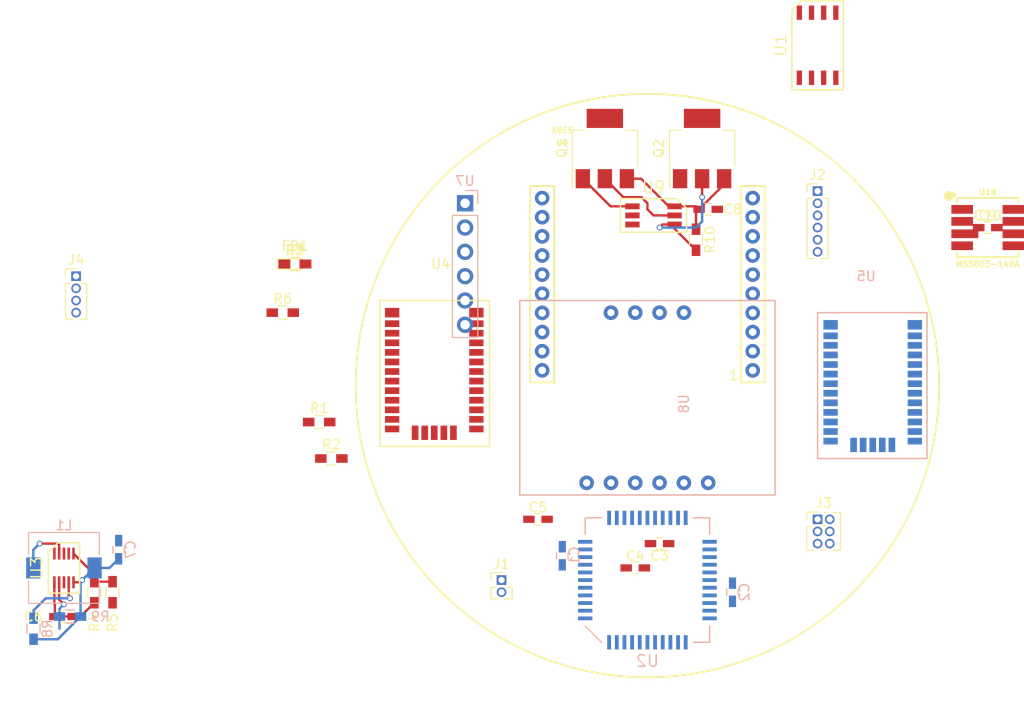
<source format=kicad_pcb>
(kicad_pcb (version 4) (host pcbnew 4.0.7)

  (general
    (links 159)
    (no_connects 132)
    (area 0 0 0 0)
    (thickness 1.6)
    (drawings 1)
    (tracks 64)
    (zones 0)
    (modules 41)
    (nets 46)
  )

  (page A4)
  (layers
    (0 F.Cu signal)
    (31 B.Cu signal)
    (32 B.Adhes user)
    (33 F.Adhes user)
    (34 B.Paste user)
    (35 F.Paste user)
    (36 B.SilkS user)
    (37 F.SilkS user)
    (38 B.Mask user)
    (39 F.Mask user)
    (40 Dwgs.User user)
    (41 Cmts.User user)
    (42 Eco1.User user)
    (43 Eco2.User user)
    (44 Edge.Cuts user)
    (45 Margin user)
    (46 B.CrtYd user)
    (47 F.CrtYd user)
    (48 B.Fab user)
    (49 F.Fab user)
  )

  (setup
    (last_trace_width 0.25)
    (trace_clearance 0.2)
    (zone_clearance 0.508)
    (zone_45_only no)
    (trace_min 0.2)
    (segment_width 0.2)
    (edge_width 0.15)
    (via_size 0.6)
    (via_drill 0.4)
    (via_min_size 0.4)
    (via_min_drill 0.3)
    (uvia_size 0.3)
    (uvia_drill 0.1)
    (uvias_allowed no)
    (uvia_min_size 0.2)
    (uvia_min_drill 0.1)
    (pcb_text_width 0.3)
    (pcb_text_size 1.5 1.5)
    (mod_edge_width 0.15)
    (mod_text_size 1 1)
    (mod_text_width 0.15)
    (pad_size 1.524 1.524)
    (pad_drill 0.762)
    (pad_to_mask_clearance 0.2)
    (aux_axis_origin 0 0)
    (grid_origin 160.02 91.44)
    (visible_elements 7FFFFFFF)
    (pcbplotparams
      (layerselection 0x00030_80000001)
      (usegerberextensions false)
      (excludeedgelayer true)
      (linewidth 0.100000)
      (plotframeref false)
      (viasonmask false)
      (mode 1)
      (useauxorigin false)
      (hpglpennumber 1)
      (hpglpenspeed 20)
      (hpglpendiameter 15)
      (hpglpenoverlay 2)
      (psnegative false)
      (psa4output false)
      (plotreference true)
      (plotvalue true)
      (plotinvisibletext false)
      (padsonsilk false)
      (subtractmaskfromsilk false)
      (outputformat 1)
      (mirror false)
      (drillshape 1)
      (scaleselection 1)
      (outputdirectory ""))
  )

  (net 0 "")
  (net 1 +BATT)
  (net 2 GND)
  (net 3 "Net-(J2-Pad3)")
  (net 4 "Net-(J2-Pad4)")
  (net 5 "Net-(J2-Pad5)")
  (net 6 "Net-(J2-Pad6)")
  (net 7 /Vbatt_meas)
  (net 8 +3V3)
  (net 9 "Net-(U4-Pad16)")
  (net 10 "Net-(U5-Pad16)")
  (net 11 VBUS)
  (net 12 /GPS1_EXTINT)
  (net 13 /GPS1_TXD)
  (net 14 /GPS1_RXD)
  (net 15 /GPS1_PPS)
  (net 16 /GPS2_EXTINT)
  (net 17 /GPS2_TXD)
  (net 18 /GPS2_RXD)
  (net 19 /GPS2_PPS)
  (net 20 "Net-(C4-Pad2)")
  (net 21 VDC)
  (net 22 "Net-(D1-Pad1)")
  (net 23 /LED_STATUS1)
  (net 24 "Net-(D2-Pad1)")
  (net 25 /LED_STATUS2)
  (net 26 /PDI_Data)
  (net 27 /PDI_CLK)
  (net 28 /XBEE_Dout)
  (net 29 /XBEE_Din)
  (net 30 "Net-(L1-Pad2)")
  (net 31 "Net-(Q1-Pad2)")
  (net 32 "Net-(Q2-Pad2)")
  (net 33 "Net-(R4-Pad2)")
  (net 34 "Net-(R8-Pad2)")
  (net 35 "Net-(R9-Pad2)")
  (net 36 /Center_Dout)
  (net 37 /Center_Din)
  (net 38 /IMU_INT)
  (net 39 /IMU_SDA)
  (net 40 /IMU_SCL)
  (net 41 /P2_CS)
  (net 42 /P1_CS)
  (net 43 /P_MOSI)
  (net 44 /P_MISO)
  (net 45 /P_SCLK)

  (net_class Default "This is the default net class."
    (clearance 0.2)
    (trace_width 0.25)
    (via_dia 0.6)
    (via_drill 0.4)
    (uvia_dia 0.3)
    (uvia_drill 0.1)
    (add_net +3V3)
    (add_net +BATT)
    (add_net /Center_Din)
    (add_net /Center_Dout)
    (add_net /GPS1_EXTINT)
    (add_net /GPS1_PPS)
    (add_net /GPS1_RXD)
    (add_net /GPS1_TXD)
    (add_net /GPS2_EXTINT)
    (add_net /GPS2_PPS)
    (add_net /GPS2_RXD)
    (add_net /GPS2_TXD)
    (add_net /IMU_INT)
    (add_net /IMU_SCL)
    (add_net /IMU_SDA)
    (add_net /LED_STATUS1)
    (add_net /LED_STATUS2)
    (add_net /P1_CS)
    (add_net /P2_CS)
    (add_net /PDI_CLK)
    (add_net /PDI_Data)
    (add_net /P_MISO)
    (add_net /P_MOSI)
    (add_net /P_SCLK)
    (add_net /Vbatt_meas)
    (add_net /XBEE_Din)
    (add_net /XBEE_Dout)
    (add_net GND)
    (add_net "Net-(C4-Pad2)")
    (add_net "Net-(D1-Pad1)")
    (add_net "Net-(D2-Pad1)")
    (add_net "Net-(J2-Pad3)")
    (add_net "Net-(J2-Pad4)")
    (add_net "Net-(J2-Pad5)")
    (add_net "Net-(J2-Pad6)")
    (add_net "Net-(L1-Pad2)")
    (add_net "Net-(Q1-Pad2)")
    (add_net "Net-(Q2-Pad2)")
    (add_net "Net-(R4-Pad2)")
    (add_net "Net-(R8-Pad2)")
    (add_net "Net-(R9-Pad2)")
    (add_net "Net-(U4-Pad16)")
    (add_net "Net-(U5-Pad16)")
    (add_net VBUS)
    (add_net VDC)
  )

  (module Resistors_SMD:R_0603_HandSoldering (layer F.Cu) (tedit 58E0A804) (tstamp 5A3863C9)
    (at 125.73 95.25)
    (descr "Resistor SMD 0603, hand soldering")
    (tags "resistor 0603")
    (path /5A3737D1)
    (attr smd)
    (fp_text reference R1 (at 0 -1.45) (layer F.SilkS)
      (effects (font (size 1 1) (thickness 0.15)))
    )
    (fp_text value R (at 0 1.55) (layer F.Fab)
      (effects (font (size 1 1) (thickness 0.15)))
    )
    (fp_text user %R (at 0 0) (layer F.Fab)
      (effects (font (size 0.4 0.4) (thickness 0.075)))
    )
    (fp_line (start -0.8 0.4) (end -0.8 -0.4) (layer F.Fab) (width 0.1))
    (fp_line (start 0.8 0.4) (end -0.8 0.4) (layer F.Fab) (width 0.1))
    (fp_line (start 0.8 -0.4) (end 0.8 0.4) (layer F.Fab) (width 0.1))
    (fp_line (start -0.8 -0.4) (end 0.8 -0.4) (layer F.Fab) (width 0.1))
    (fp_line (start 0.5 0.68) (end -0.5 0.68) (layer F.SilkS) (width 0.12))
    (fp_line (start -0.5 -0.68) (end 0.5 -0.68) (layer F.SilkS) (width 0.12))
    (fp_line (start -1.96 -0.7) (end 1.95 -0.7) (layer F.CrtYd) (width 0.05))
    (fp_line (start -1.96 -0.7) (end -1.96 0.7) (layer F.CrtYd) (width 0.05))
    (fp_line (start 1.95 0.7) (end 1.95 -0.7) (layer F.CrtYd) (width 0.05))
    (fp_line (start 1.95 0.7) (end -1.96 0.7) (layer F.CrtYd) (width 0.05))
    (pad 1 smd rect (at -1.1 0) (size 1.2 0.9) (layers F.Cu F.Paste F.Mask)
      (net 1 +BATT))
    (pad 2 smd rect (at 1.1 0) (size 1.2 0.9) (layers F.Cu F.Paste F.Mask)
      (net 7 /Vbatt_meas))
    (model ${KISYS3DMOD}/Resistors_SMD.3dshapes/R_0603.wrl
      (at (xyz 0 0 0))
      (scale (xyz 1 1 1))
      (rotate (xyz 0 0 0))
    )
  )

  (module Resistors_SMD:R_0603_HandSoldering (layer F.Cu) (tedit 58E0A804) (tstamp 5A3863CF)
    (at 127 99.06)
    (descr "Resistor SMD 0603, hand soldering")
    (tags "resistor 0603")
    (path /5A373800)
    (attr smd)
    (fp_text reference R2 (at 0 -1.45) (layer F.SilkS)
      (effects (font (size 1 1) (thickness 0.15)))
    )
    (fp_text value R (at 0 1.55) (layer F.Fab)
      (effects (font (size 1 1) (thickness 0.15)))
    )
    (fp_text user %R (at 0 0) (layer F.Fab)
      (effects (font (size 0.4 0.4) (thickness 0.075)))
    )
    (fp_line (start -0.8 0.4) (end -0.8 -0.4) (layer F.Fab) (width 0.1))
    (fp_line (start 0.8 0.4) (end -0.8 0.4) (layer F.Fab) (width 0.1))
    (fp_line (start 0.8 -0.4) (end 0.8 0.4) (layer F.Fab) (width 0.1))
    (fp_line (start -0.8 -0.4) (end 0.8 -0.4) (layer F.Fab) (width 0.1))
    (fp_line (start 0.5 0.68) (end -0.5 0.68) (layer F.SilkS) (width 0.12))
    (fp_line (start -0.5 -0.68) (end 0.5 -0.68) (layer F.SilkS) (width 0.12))
    (fp_line (start -1.96 -0.7) (end 1.95 -0.7) (layer F.CrtYd) (width 0.05))
    (fp_line (start -1.96 -0.7) (end -1.96 0.7) (layer F.CrtYd) (width 0.05))
    (fp_line (start 1.95 0.7) (end 1.95 -0.7) (layer F.CrtYd) (width 0.05))
    (fp_line (start 1.95 0.7) (end -1.96 0.7) (layer F.CrtYd) (width 0.05))
    (pad 1 smd rect (at -1.1 0) (size 1.2 0.9) (layers F.Cu F.Paste F.Mask)
      (net 7 /Vbatt_meas))
    (pad 2 smd rect (at 1.1 0) (size 1.2 0.9) (layers F.Cu F.Paste F.Mask)
      (net 2 GND))
    (model ${KISYS3DMOD}/Resistors_SMD.3dshapes/R_0603.wrl
      (at (xyz 0 0 0))
      (scale (xyz 1 1 1))
      (rotate (xyz 0 0 0))
    )
  )

  (module "Misc components:SOIC-8" (layer F.Cu) (tedit 0) (tstamp 5A3863E0)
    (at 177.8 55.88)
    (path /5A373694)
    (fp_text reference U1 (at -3.88 0 90) (layer F.SilkS)
      (effects (font (size 1.2 1.2) (thickness 0.15)))
    )
    (fp_text value RS485_converter_ISL83488 (at 0 0) (layer F.Fab)
      (effects (font (size 1.2 1.2) (thickness 0.15)))
    )
    (fp_line (start -1.68 -4.65) (end -2.68 -3.65) (layer F.SilkS) (width 0.15))
    (fp_line (start -2.68 -3.65) (end -2.68 4.65) (layer F.SilkS) (width 0.15))
    (fp_line (start -2.68 4.65) (end 2.68 4.65) (layer F.SilkS) (width 0.15))
    (fp_line (start 2.68 4.65) (end 2.68 -4.65) (layer F.SilkS) (width 0.15))
    (fp_line (start 2.68 -4.65) (end -1.68 -4.65) (layer F.SilkS) (width 0.15))
    (pad 8 smd rect (at -1.905 -3.4) (size 0.55 1.5) (layers F.Cu F.Paste F.Mask)
      (net 3 "Net-(J2-Pad3)"))
    (pad 1 smd rect (at -1.905 3.4) (size 0.55 1.5) (layers F.Cu F.Paste F.Mask)
      (net 8 +3V3))
    (pad 7 smd rect (at -0.635 -3.4) (size 0.55 1.5) (layers F.Cu F.Paste F.Mask)
      (net 4 "Net-(J2-Pad4)"))
    (pad 2 smd rect (at -0.635 3.4) (size 0.55 1.5) (layers F.Cu F.Paste F.Mask)
      (net 36 /Center_Dout))
    (pad 6 smd rect (at 0.635 -3.4) (size 0.55 1.5) (layers F.Cu F.Paste F.Mask)
      (net 5 "Net-(J2-Pad5)"))
    (pad 3 smd rect (at 0.635 3.4) (size 0.55 1.5) (layers F.Cu F.Paste F.Mask)
      (net 37 /Center_Din))
    (pad 5 smd rect (at 1.905 -3.4) (size 0.55 1.5) (layers F.Cu F.Paste F.Mask)
      (net 6 "Net-(J2-Pad6)"))
    (pad 4 smd rect (at 1.905 3.4) (size 0.55 1.5) (layers F.Cu F.Paste F.Mask)
      (net 2 GND))
  )

  (module "Misc components:QFP_44" (layer B.Cu) (tedit 0) (tstamp 5A386410)
    (at 160.02 111.76)
    (path /5A3736DB)
    (fp_text reference U2 (at 0 8.45) (layer B.SilkS)
      (effects (font (size 1.2 1.2) (thickness 0.15)) (justify mirror))
    )
    (fp_text value ATXMEGA16A4U-AU (at 0 -8.45) (layer B.Fab)
      (effects (font (size 1.2 1.2) (thickness 0.15)) (justify mirror))
    )
    (fp_line (start -6.5 4.8) (end -4.8 6.5) (layer B.SilkS) (width 0.15))
    (fp_line (start 4.8 6.5) (end 6.5 6.5) (layer B.SilkS) (width 0.15))
    (fp_line (start 6.5 6.5) (end 6.5 4.8) (layer B.SilkS) (width 0.15))
    (fp_line (start -4.8 -6.5) (end -6.5 -6.5) (layer B.SilkS) (width 0.15))
    (fp_line (start -6.5 -6.5) (end -6.5 -4.8) (layer B.SilkS) (width 0.15))
    (fp_line (start 4.8 -6.5) (end 6.5 -6.5) (layer B.SilkS) (width 0.15))
    (fp_line (start 6.5 -6.5) (end 6.5 -4.8) (layer B.SilkS) (width 0.15))
    (fp_line (start -7.75 7.75) (end 7.75 7.75) (layer B.CrtYd) (width 0.15))
    (fp_line (start 7.75 7.75) (end 7.75 -7.75) (layer B.CrtYd) (width 0.15))
    (fp_line (start 7.75 -7.75) (end -7.75 -7.75) (layer B.CrtYd) (width 0.15))
    (fp_line (start -7.75 -7.75) (end -7.75 7.75) (layer B.CrtYd) (width 0.15))
    (pad 1 smd rect (at -6.5 4 270) (size 0.4 1.5) (layers B.Cu B.Paste B.Mask))
    (pad 2 smd rect (at -6.5 3.2 270) (size 0.4 1.5) (layers B.Cu B.Paste B.Mask)
      (net 41 /P2_CS))
    (pad 3 smd rect (at -6.5 2.4 270) (size 0.4 1.5) (layers B.Cu B.Paste B.Mask)
      (net 38 /IMU_INT))
    (pad 4 smd rect (at -6.5 1.6 270) (size 0.4 1.5) (layers B.Cu B.Paste B.Mask))
    (pad 5 smd rect (at -6.5 0.8 270) (size 0.4 1.5) (layers B.Cu B.Paste B.Mask))
    (pad 6 smd rect (at -6.5 0 270) (size 0.4 1.5) (layers B.Cu B.Paste B.Mask))
    (pad 7 smd rect (at -6.5 -0.8 270) (size 0.4 1.5) (layers B.Cu B.Paste B.Mask))
    (pad 8 smd rect (at -6.5 -1.6 270) (size 0.4 1.5) (layers B.Cu B.Paste B.Mask)
      (net 2 GND))
    (pad 9 smd rect (at -6.5 -2.4 270) (size 0.4 1.5) (layers B.Cu B.Paste B.Mask)
      (net 8 +3V3))
    (pad 10 smd rect (at -6.5 -3.2 270) (size 0.4 1.5) (layers B.Cu B.Paste B.Mask)
      (net 39 /IMU_SDA))
    (pad 11 smd rect (at -6.5 -4 270) (size 0.4 1.5) (layers B.Cu B.Paste B.Mask)
      (net 40 /IMU_SCL))
    (pad 12 smd rect (at -4 -6.5) (size 0.4 1.5) (layers B.Cu B.Paste B.Mask)
      (net 28 /XBEE_Dout))
    (pad 13 smd rect (at -3.2 -6.5) (size 0.4 1.5) (layers B.Cu B.Paste B.Mask)
      (net 29 /XBEE_Din))
    (pad 14 smd rect (at -2.4 -6.5) (size 0.4 1.5) (layers B.Cu B.Paste B.Mask)
      (net 42 /P1_CS))
    (pad 15 smd rect (at -1.6 -6.5) (size 0.4 1.5) (layers B.Cu B.Paste B.Mask)
      (net 43 /P_MOSI))
    (pad 16 smd rect (at -0.8 -6.5) (size 0.4 1.5) (layers B.Cu B.Paste B.Mask)
      (net 44 /P_MISO))
    (pad 17 smd rect (at 0 -6.5) (size 0.4 1.5) (layers B.Cu B.Paste B.Mask)
      (net 45 /P_SCLK))
    (pad 18 smd rect (at 0.8 -6.5) (size 0.4 1.5) (layers B.Cu B.Paste B.Mask)
      (net 2 GND))
    (pad 19 smd rect (at 1.6 -6.5) (size 0.4 1.5) (layers B.Cu B.Paste B.Mask)
      (net 8 +3V3))
    (pad 20 smd rect (at 2.4 -6.5) (size 0.4 1.5) (layers B.Cu B.Paste B.Mask)
      (net 12 /GPS1_EXTINT))
    (pad 21 smd rect (at 3.2 -6.5) (size 0.4 1.5) (layers B.Cu B.Paste B.Mask)
      (net 16 /GPS2_EXTINT))
    (pad 22 smd rect (at 4 -6.5) (size 0.4 1.5) (layers B.Cu B.Paste B.Mask)
      (net 13 /GPS1_TXD))
    (pad 23 smd rect (at 6.5 -4 270) (size 0.4 1.5) (layers B.Cu B.Paste B.Mask)
      (net 14 /GPS1_RXD))
    (pad 24 smd rect (at 6.5 -3.2 270) (size 0.4 1.5) (layers B.Cu B.Paste B.Mask)
      (net 23 /LED_STATUS1))
    (pad 25 smd rect (at 6.5 -2.4 270) (size 0.4 1.5) (layers B.Cu B.Paste B.Mask)
      (net 25 /LED_STATUS2))
    (pad 26 smd rect (at 6.5 -1.6 270) (size 0.4 1.5) (layers B.Cu B.Paste B.Mask)
      (net 17 /GPS2_TXD))
    (pad 27 smd rect (at 6.5 -0.8 270) (size 0.4 1.5) (layers B.Cu B.Paste B.Mask)
      (net 18 /GPS2_RXD))
    (pad 28 smd rect (at 6.5 0 270) (size 0.4 1.5) (layers B.Cu B.Paste B.Mask)
      (net 15 /GPS1_PPS))
    (pad 29 smd rect (at 6.5 0.8 270) (size 0.4 1.5) (layers B.Cu B.Paste B.Mask)
      (net 19 /GPS2_PPS))
    (pad 30 smd rect (at 6.5 1.6 270) (size 0.4 1.5) (layers B.Cu B.Paste B.Mask)
      (net 2 GND))
    (pad 31 smd rect (at 6.5 2.4 270) (size 0.4 1.5) (layers B.Cu B.Paste B.Mask)
      (net 8 +3V3))
    (pad 32 smd rect (at 6.5 3.2 270) (size 0.4 1.5) (layers B.Cu B.Paste B.Mask)
      (net 36 /Center_Dout))
    (pad 33 smd rect (at 6.5 4 270) (size 0.4 1.5) (layers B.Cu B.Paste B.Mask)
      (net 37 /Center_Din))
    (pad 34 smd rect (at 4 6.5) (size 0.4 1.5) (layers B.Cu B.Paste B.Mask)
      (net 26 /PDI_Data))
    (pad 35 smd rect (at 3.2 6.5) (size 0.4 1.5) (layers B.Cu B.Paste B.Mask)
      (net 27 /PDI_CLK))
    (pad 36 smd rect (at 2.4 6.5) (size 0.4 1.5) (layers B.Cu B.Paste B.Mask))
    (pad 37 smd rect (at 1.6 6.5) (size 0.4 1.5) (layers B.Cu B.Paste B.Mask))
    (pad 38 smd rect (at 0.8 6.5) (size 0.4 1.5) (layers B.Cu B.Paste B.Mask)
      (net 2 GND))
    (pad 39 smd rect (at 0 6.5) (size 0.4 1.5) (layers B.Cu B.Paste B.Mask)
      (net 20 "Net-(C4-Pad2)"))
    (pad 40 smd rect (at -0.8 6.5) (size 0.4 1.5) (layers B.Cu B.Paste B.Mask)
      (net 7 /Vbatt_meas))
    (pad 41 smd rect (at -1.6 6.5) (size 0.4 1.5) (layers B.Cu B.Paste B.Mask))
    (pad 42 smd rect (at -2.4 6.5) (size 0.4 1.5) (layers B.Cu B.Paste B.Mask))
    (pad 43 smd rect (at -3.2 6.5) (size 0.4 1.5) (layers B.Cu B.Paste B.Mask))
    (pad 44 smd rect (at -4 6.5) (size 0.4 1.5) (layers B.Cu B.Paste B.Mask))
  )

  (module "Misc components:SOIC-10" (layer F.Cu) (tedit 5A394569) (tstamp 5A38641E)
    (at 99.06 110.49)
    (path /5A373369)
    (fp_text reference U3 (at -2.835 0 90) (layer F.SilkS)
      (effects (font (size 1.2 1.2) (thickness 0.15)))
    )
    (fp_text value 3.3V_DCDC_Conv_TPS62056DGS (at -5.715 0 90) (layer F.Fab)
      (effects (font (size 1.2 1.2) (thickness 0.15)))
    )
    (fp_line (start -0.635 -2.625) (end -1.635 -1.625) (layer F.SilkS) (width 0.15))
    (fp_line (start -1.635 -1.625) (end -1.635 2.625) (layer F.SilkS) (width 0.15))
    (fp_line (start -1.635 2.625) (end 1.635 2.625) (layer F.SilkS) (width 0.15))
    (fp_line (start 1.635 2.625) (end 1.635 -2.625) (layer F.SilkS) (width 0.15))
    (fp_line (start 1.635 -2.625) (end -0.635 -2.625) (layer F.SilkS) (width 0.15))
    (pad 10 smd rect (at -1 -1.5) (size 0.27 1.25) (layers F.Cu F.Paste F.Mask)
      (net 2 GND))
    (pad 1 smd rect (at -1 1.5) (size 0.27 1.25) (layers F.Cu F.Paste F.Mask)
      (net 21 VDC))
    (pad 9 smd rect (at -0.5 -1.5) (size 0.27 1.25) (layers F.Cu F.Paste F.Mask)
      (net 30 "Net-(L1-Pad2)"))
    (pad 2 smd rect (at -0.5 1.5) (size 0.27 1.25) (layers F.Cu F.Paste F.Mask)
      (net 35 "Net-(R9-Pad2)"))
    (pad 8 smd rect (at 0 -1.5) (size 0.27 1.25) (layers F.Cu F.Paste F.Mask)
      (net 21 VDC))
    (pad 3 smd rect (at 0 1.5) (size 0.27 1.25) (layers F.Cu F.Paste F.Mask)
      (net 2 GND))
    (pad 7 smd rect (at 0.5 -1.5) (size 0.27 1.25) (layers F.Cu F.Paste F.Mask)
      (net 2 GND))
    (pad 4 smd rect (at 0.5 1.5) (size 0.27 1.25) (layers F.Cu F.Paste F.Mask)
      (net 34 "Net-(R8-Pad2)"))
    (pad 6 smd rect (at 1 -1.5) (size 0.27 1.25) (layers F.Cu F.Paste F.Mask)
      (net 33 "Net-(R4-Pad2)"))
    (pad 5 smd rect (at 1 1.5) (size 0.27 1.25) (layers F.Cu F.Paste F.Mask)
      (net 8 +3V3))
  )

  (module "Misc components:UBX_CAM-M8C" (layer F.Cu) (tedit 5A384E24) (tstamp 5A386441)
    (at 133.35 83.82)
    (path /5A3820C8)
    (fp_text reference U4 (at 5.08 -5.08) (layer F.SilkS)
      (effects (font (size 1 1) (thickness 0.15)))
    )
    (fp_text value GPS_UBX_CAM_M8C (at 5.08 -2.54) (layer F.Fab)
      (effects (font (size 1 1) (thickness 0.15)))
    )
    (fp_line (start 10.16 -1.27) (end -1.27 -1.27) (layer F.SilkS) (width 0.15))
    (fp_line (start -1.27 -1.27) (end -1.27 13.97) (layer F.SilkS) (width 0.15))
    (fp_line (start -1.27 13.97) (end 10.16 13.97) (layer F.SilkS) (width 0.15))
    (fp_line (start 10.16 13.97) (end 10.16 -1.27) (layer F.SilkS) (width 0.15))
    (pad 27 smd rect (at 2.4 12.55 90) (size 1.5 0.7) (layers F.Cu F.Paste F.Mask)
      (net 2 GND))
    (pad 1 smd rect (at 8.8 12.15) (size 1.5 0.7) (layers F.Cu F.Paste F.Mask)
      (net 8 +3V3))
    (pad 2 smd rect (at 8.8 11.15) (size 1.5 0.7) (layers F.Cu F.Paste F.Mask))
    (pad 3 smd rect (at 8.8 10.15) (size 1.5 0.7) (layers F.Cu F.Paste F.Mask))
    (pad 4 smd rect (at 8.8 9.15) (size 1.5 0.7) (layers F.Cu F.Paste F.Mask)
      (net 2 GND))
    (pad 5 smd rect (at 8.8 8.15) (size 1.5 0.7) (layers F.Cu F.Paste F.Mask)
      (net 2 GND))
    (pad 6 smd rect (at 8.8 7.15) (size 1.5 0.7) (layers F.Cu F.Paste F.Mask))
    (pad 7 smd rect (at 8.8 6.15) (size 1.5 0.7) (layers F.Cu F.Paste F.Mask)
      (net 12 /GPS1_EXTINT))
    (pad 8 smd rect (at 8.8 5.15) (size 1.5 0.7) (layers F.Cu F.Paste F.Mask)
      (net 8 +3V3))
    (pad 9 smd rect (at 8.8 4.15) (size 1.5 0.7) (layers F.Cu F.Paste F.Mask)
      (net 8 +3V3))
    (pad 10 smd rect (at 8.8 3.15) (size 1.5 0.7) (layers F.Cu F.Paste F.Mask)
      (net 2 GND))
    (pad 11 smd rect (at 8.8 2.15) (size 1.5 0.7) (layers F.Cu F.Paste F.Mask)
      (net 2 GND))
    (pad 12 smd rect (at 8.8 1.15) (size 1.5 0.7) (layers F.Cu F.Paste F.Mask)
      (net 2 GND))
    (pad 13 smd rect (at 8.8 0) (size 1.5 1) (layers F.Cu F.Paste F.Mask)
      (net 2 GND))
    (pad 14 smd rect (at 0 0) (size 1.5 1) (layers F.Cu F.Paste F.Mask)
      (net 2 GND))
    (pad 15 smd rect (at 0 1.15) (size 1.5 0.7) (layers F.Cu F.Paste F.Mask)
      (net 2 GND))
    (pad 16 smd rect (at 0 2.15) (size 1.5 0.7) (layers F.Cu F.Paste F.Mask)
      (net 9 "Net-(U4-Pad16)"))
    (pad 17 smd rect (at 0 3.15) (size 1.5 0.7) (layers F.Cu F.Paste F.Mask)
      (net 9 "Net-(U4-Pad16)"))
    (pad 18 smd rect (at 0 4.15) (size 1.5 0.7) (layers F.Cu F.Paste F.Mask)
      (net 2 GND))
    (pad 19 smd rect (at 0 5.15) (size 1.5 0.7) (layers F.Cu F.Paste F.Mask)
      (net 2 GND))
    (pad 20 smd rect (at 0 6.15) (size 1.5 0.7) (layers F.Cu F.Paste F.Mask)
      (net 8 +3V3))
    (pad 21 smd rect (at 0 7.15) (size 1.5 0.7) (layers F.Cu F.Paste F.Mask)
      (net 2 GND))
    (pad 22 smd rect (at 0 8.15) (size 1.5 0.7) (layers F.Cu F.Paste F.Mask)
      (net 2 GND))
    (pad 23 smd rect (at 0 9.15) (size 1.5 0.7) (layers F.Cu F.Paste F.Mask))
    (pad 24 smd rect (at 0 10.15) (size 1.5 0.7) (layers F.Cu F.Paste F.Mask))
    (pad 25 smd rect (at 0 11.15) (size 1.5 0.7) (layers F.Cu F.Paste F.Mask)
      (net 13 /GPS1_TXD))
    (pad 26 smd rect (at 0 12.15) (size 1.5 0.7) (layers F.Cu F.Paste F.Mask)
      (net 14 /GPS1_RXD))
    (pad 28 smd rect (at 3.4 12.55 90) (size 1.5 0.7) (layers F.Cu F.Paste F.Mask))
    (pad 29 smd rect (at 4.4 12.55 90) (size 1.5 0.7) (layers F.Cu F.Paste F.Mask)
      (net 15 /GPS1_PPS))
    (pad 30 smd rect (at 5.4 12.55 90) (size 1.5 0.7) (layers F.Cu F.Paste F.Mask))
    (pad 31 smd rect (at 6.4 12.55 90) (size 1.5 0.7) (layers F.Cu F.Paste F.Mask)
      (net 2 GND))
  )

  (module "Misc components:UBX_CAM-M8C" (layer B.Cu) (tedit 5A384E24) (tstamp 5A386464)
    (at 187.96 85.09 180)
    (path /5A382127)
    (fp_text reference U5 (at 5.08 5.08 180) (layer B.SilkS)
      (effects (font (size 1 1) (thickness 0.15)) (justify mirror))
    )
    (fp_text value GPS_UBX_CAM_M8C (at 5.08 2.54 180) (layer B.Fab)
      (effects (font (size 1 1) (thickness 0.15)) (justify mirror))
    )
    (fp_line (start 10.16 1.27) (end -1.27 1.27) (layer B.SilkS) (width 0.15))
    (fp_line (start -1.27 1.27) (end -1.27 -13.97) (layer B.SilkS) (width 0.15))
    (fp_line (start -1.27 -13.97) (end 10.16 -13.97) (layer B.SilkS) (width 0.15))
    (fp_line (start 10.16 -13.97) (end 10.16 1.27) (layer B.SilkS) (width 0.15))
    (pad 27 smd rect (at 2.4 -12.55 90) (size 1.5 0.7) (layers B.Cu B.Paste B.Mask)
      (net 2 GND))
    (pad 1 smd rect (at 8.8 -12.15 180) (size 1.5 0.7) (layers B.Cu B.Paste B.Mask)
      (net 8 +3V3))
    (pad 2 smd rect (at 8.8 -11.15 180) (size 1.5 0.7) (layers B.Cu B.Paste B.Mask))
    (pad 3 smd rect (at 8.8 -10.15 180) (size 1.5 0.7) (layers B.Cu B.Paste B.Mask))
    (pad 4 smd rect (at 8.8 -9.15 180) (size 1.5 0.7) (layers B.Cu B.Paste B.Mask)
      (net 2 GND))
    (pad 5 smd rect (at 8.8 -8.15 180) (size 1.5 0.7) (layers B.Cu B.Paste B.Mask)
      (net 2 GND))
    (pad 6 smd rect (at 8.8 -7.15 180) (size 1.5 0.7) (layers B.Cu B.Paste B.Mask))
    (pad 7 smd rect (at 8.8 -6.15 180) (size 1.5 0.7) (layers B.Cu B.Paste B.Mask)
      (net 16 /GPS2_EXTINT))
    (pad 8 smd rect (at 8.8 -5.15 180) (size 1.5 0.7) (layers B.Cu B.Paste B.Mask)
      (net 8 +3V3))
    (pad 9 smd rect (at 8.8 -4.15 180) (size 1.5 0.7) (layers B.Cu B.Paste B.Mask)
      (net 8 +3V3))
    (pad 10 smd rect (at 8.8 -3.15 180) (size 1.5 0.7) (layers B.Cu B.Paste B.Mask)
      (net 2 GND))
    (pad 11 smd rect (at 8.8 -2.15 180) (size 1.5 0.7) (layers B.Cu B.Paste B.Mask)
      (net 2 GND))
    (pad 12 smd rect (at 8.8 -1.15 180) (size 1.5 0.7) (layers B.Cu B.Paste B.Mask)
      (net 2 GND))
    (pad 13 smd rect (at 8.8 0 180) (size 1.5 1) (layers B.Cu B.Paste B.Mask)
      (net 2 GND))
    (pad 14 smd rect (at 0 0 180) (size 1.5 1) (layers B.Cu B.Paste B.Mask)
      (net 2 GND))
    (pad 15 smd rect (at 0 -1.15 180) (size 1.5 0.7) (layers B.Cu B.Paste B.Mask)
      (net 2 GND))
    (pad 16 smd rect (at 0 -2.15 180) (size 1.5 0.7) (layers B.Cu B.Paste B.Mask)
      (net 10 "Net-(U5-Pad16)"))
    (pad 17 smd rect (at 0 -3.15 180) (size 1.5 0.7) (layers B.Cu B.Paste B.Mask)
      (net 10 "Net-(U5-Pad16)"))
    (pad 18 smd rect (at 0 -4.15 180) (size 1.5 0.7) (layers B.Cu B.Paste B.Mask)
      (net 2 GND))
    (pad 19 smd rect (at 0 -5.15 180) (size 1.5 0.7) (layers B.Cu B.Paste B.Mask)
      (net 2 GND))
    (pad 20 smd rect (at 0 -6.15 180) (size 1.5 0.7) (layers B.Cu B.Paste B.Mask)
      (net 8 +3V3))
    (pad 21 smd rect (at 0 -7.15 180) (size 1.5 0.7) (layers B.Cu B.Paste B.Mask)
      (net 2 GND))
    (pad 22 smd rect (at 0 -8.15 180) (size 1.5 0.7) (layers B.Cu B.Paste B.Mask)
      (net 2 GND))
    (pad 23 smd rect (at 0 -9.15 180) (size 1.5 0.7) (layers B.Cu B.Paste B.Mask))
    (pad 24 smd rect (at 0 -10.15 180) (size 1.5 0.7) (layers B.Cu B.Paste B.Mask))
    (pad 25 smd rect (at 0 -11.15 180) (size 1.5 0.7) (layers B.Cu B.Paste B.Mask)
      (net 17 /GPS2_TXD))
    (pad 26 smd rect (at 0 -12.15 180) (size 1.5 0.7) (layers B.Cu B.Paste B.Mask)
      (net 18 /GPS2_RXD))
    (pad 28 smd rect (at 3.4 -12.55 90) (size 1.5 0.7) (layers B.Cu B.Paste B.Mask))
    (pad 29 smd rect (at 4.4 -12.55 90) (size 1.5 0.7) (layers B.Cu B.Paste B.Mask)
      (net 19 /GPS2_PPS))
    (pad 30 smd rect (at 5.4 -12.55 90) (size 1.5 0.7) (layers B.Cu B.Paste B.Mask))
    (pad 31 smd rect (at 6.4 -12.55 90) (size 1.5 0.7) (layers B.Cu B.Paste B.Mask)
      (net 2 GND))
  )

  (module RF:XBEE (layer F.Cu) (tedit 200000) (tstamp 5A387FCB)
    (at 160.02 69.85 180)
    (descr "DIGI XBEE AND XBEE-PRO RF MODULES")
    (tags "DIGI XBEE AND XBEE-PRO RF MODULES")
    (path /5A386A92)
    (attr virtual)
    (fp_text reference U6 (at 8.89 3.81 180) (layer F.SilkS)
      (effects (font (size 0.6096 0.6096) (thickness 0.127)))
    )
    (fp_text value XBEE (at 8.89 5.08 180) (layer F.SilkS)
      (effects (font (size 0.6096 0.6096) (thickness 0.127)))
    )
    (fp_line (start -4.99872 -27.59964) (end 4.99872 -27.59964) (layer Dwgs.User) (width 0.127))
    (fp_line (start -12.24788 -21.24964) (end -4.99872 -27.59964) (layer Dwgs.User) (width 0.127))
    (fp_line (start 12.24788 -21.24964) (end 4.99872 -27.59964) (layer Dwgs.User) (width 0.127))
    (fp_line (start 9.74852 -21.24964) (end 12.24788 -21.24964) (layer F.SilkS) (width 0.2032))
    (fp_line (start 12.24788 -21.24964) (end 12.24788 -0.7493) (layer F.SilkS) (width 0.2032))
    (fp_line (start 12.24788 -0.7493) (end 9.74852 -0.7493) (layer F.SilkS) (width 0.2032))
    (fp_line (start 9.74852 -21.24964) (end 9.74852 -0.7493) (layer F.SilkS) (width 0.2032))
    (fp_line (start -9.74852 -21.24964) (end -12.24788 -21.24964) (layer F.SilkS) (width 0.2032))
    (fp_line (start -12.24788 -21.24964) (end -12.24788 -0.7493) (layer F.SilkS) (width 0.2032))
    (fp_line (start -12.24788 -0.7493) (end -9.74852 -0.7493) (layer F.SilkS) (width 0.2032))
    (fp_line (start -9.74852 -21.24964) (end -9.74852 -0.7493) (layer F.SilkS) (width 0.2032))
    (fp_line (start -12.24788 -0.7493) (end -12.24788 0) (layer Dwgs.User) (width 0.127))
    (fp_line (start 12.24788 -0.7493) (end 12.24788 0) (layer Dwgs.User) (width 0.127))
    (fp_line (start -12.24788 0) (end 12.24788 0) (layer Dwgs.User) (width 0.127))
    (fp_line (start 12.24788 0) (end 12.24788 6.2484) (layer Dwgs.User) (width 0.127))
    (fp_line (start -12.24788 0) (end -12.24788 6.2484) (layer Dwgs.User) (width 0.127))
    (fp_line (start -12.24788 6.2484) (end 12.24788 6.2484) (layer Dwgs.User) (width 0.127))
    (fp_text user 1 (at -8.9916 -20.50796 180) (layer F.SilkS)
      (effects (font (size 1.016 1.016) (thickness 0.1524)))
    )
    (pad 1 thru_hole circle (at -10.9982 -19.99996 180) (size 1.524 1.524) (drill 0.79756) (layers *.Cu *.Mask)
      (net 8 +3V3) (solder_mask_margin 0.1016))
    (pad 2 thru_hole circle (at -10.9982 -17.99844 180) (size 1.524 1.524) (drill 0.79756) (layers *.Cu *.Mask)
      (net 28 /XBEE_Dout) (solder_mask_margin 0.1016))
    (pad 3 thru_hole circle (at -10.9982 -15.99946 180) (size 1.524 1.524) (drill 0.79756) (layers *.Cu *.Mask)
      (net 29 /XBEE_Din) (solder_mask_margin 0.1016))
    (pad 4 thru_hole circle (at -10.9982 -13.99794 180) (size 1.524 1.524) (drill 0.79756) (layers *.Cu *.Mask)
      (solder_mask_margin 0.1016))
    (pad 5 thru_hole circle (at -10.9982 -11.99896 180) (size 1.524 1.524) (drill 0.79756) (layers *.Cu *.Mask)
      (solder_mask_margin 0.1016))
    (pad 6 thru_hole circle (at -10.9982 -9.99998 180) (size 1.524 1.524) (drill 0.79756) (layers *.Cu *.Mask)
      (solder_mask_margin 0.1016))
    (pad 7 thru_hole circle (at -10.9982 -7.99846 180) (size 1.524 1.524) (drill 0.79756) (layers *.Cu *.Mask)
      (solder_mask_margin 0.1016))
    (pad 8 thru_hole circle (at -10.9982 -5.99948 180) (size 1.524 1.524) (drill 0.79756) (layers *.Cu *.Mask)
      (solder_mask_margin 0.1016))
    (pad 9 thru_hole circle (at -10.9982 -3.99796 180) (size 1.524 1.524) (drill 0.79756) (layers *.Cu *.Mask)
      (solder_mask_margin 0.1016))
    (pad 10 thru_hole circle (at -10.9982 -1.99898 180) (size 1.524 1.524) (drill 0.79756) (layers *.Cu *.Mask)
      (net 2 GND) (solder_mask_margin 0.1016))
    (pad 11 thru_hole circle (at 10.9982 -1.99898 180) (size 1.524 1.524) (drill 0.79756) (layers *.Cu *.Mask)
      (solder_mask_margin 0.1016))
    (pad 12 thru_hole circle (at 10.9982 -3.99796 180) (size 1.524 1.524) (drill 0.79756) (layers *.Cu *.Mask)
      (solder_mask_margin 0.1016))
    (pad 13 thru_hole circle (at 10.9982 -5.99948 180) (size 1.524 1.524) (drill 0.79756) (layers *.Cu *.Mask)
      (solder_mask_margin 0.1016))
    (pad 14 thru_hole circle (at 10.9982 -7.99846 180) (size 1.524 1.524) (drill 0.79756) (layers *.Cu *.Mask)
      (solder_mask_margin 0.1016))
    (pad 15 thru_hole circle (at 10.9982 -9.99998 180) (size 1.524 1.524) (drill 0.79756) (layers *.Cu *.Mask)
      (solder_mask_margin 0.1016))
    (pad 16 thru_hole circle (at 10.9982 -11.99896 180) (size 1.524 1.524) (drill 0.79756) (layers *.Cu *.Mask)
      (solder_mask_margin 0.1016))
    (pad 17 thru_hole circle (at 10.9982 -13.99794 180) (size 1.524 1.524) (drill 0.79756) (layers *.Cu *.Mask)
      (solder_mask_margin 0.1016))
    (pad 18 thru_hole circle (at 10.9982 -15.99946 180) (size 1.524 1.524) (drill 0.79756) (layers *.Cu *.Mask)
      (solder_mask_margin 0.1016))
    (pad 19 thru_hole circle (at 10.9982 -17.99844 180) (size 1.524 1.524) (drill 0.79756) (layers *.Cu *.Mask)
      (solder_mask_margin 0.1016))
    (pad 20 thru_hole circle (at 10.9982 -19.99996 180) (size 1.524 1.524) (drill 0.79756) (layers *.Cu *.Mask)
      (solder_mask_margin 0.1016))
  )

  (module Pin_Headers:Pin_Header_Straight_2x03_Pitch1.27mm (layer F.Cu) (tedit 59650536) (tstamp 5A389C62)
    (at 177.8 105.41)
    (descr "Through hole straight pin header, 2x03, 1.27mm pitch, double rows")
    (tags "Through hole pin header THT 2x03 1.27mm double row")
    (path /5A39A554)
    (fp_text reference J3 (at 0.635 -1.695) (layer F.SilkS)
      (effects (font (size 1 1) (thickness 0.15)))
    )
    (fp_text value Conn_02x03_Odd_Even (at 0.635 4.235) (layer F.Fab)
      (effects (font (size 1 1) (thickness 0.15)))
    )
    (fp_line (start -0.2175 -0.635) (end 2.34 -0.635) (layer F.Fab) (width 0.1))
    (fp_line (start 2.34 -0.635) (end 2.34 3.175) (layer F.Fab) (width 0.1))
    (fp_line (start 2.34 3.175) (end -1.07 3.175) (layer F.Fab) (width 0.1))
    (fp_line (start -1.07 3.175) (end -1.07 0.2175) (layer F.Fab) (width 0.1))
    (fp_line (start -1.07 0.2175) (end -0.2175 -0.635) (layer F.Fab) (width 0.1))
    (fp_line (start -1.13 3.235) (end -0.30753 3.235) (layer F.SilkS) (width 0.12))
    (fp_line (start 1.57753 3.235) (end 2.4 3.235) (layer F.SilkS) (width 0.12))
    (fp_line (start 0.30753 3.235) (end 0.96247 3.235) (layer F.SilkS) (width 0.12))
    (fp_line (start -1.13 0.76) (end -1.13 3.235) (layer F.SilkS) (width 0.12))
    (fp_line (start 2.4 -0.695) (end 2.4 3.235) (layer F.SilkS) (width 0.12))
    (fp_line (start -1.13 0.76) (end -0.563471 0.76) (layer F.SilkS) (width 0.12))
    (fp_line (start 0.563471 0.76) (end 0.706529 0.76) (layer F.SilkS) (width 0.12))
    (fp_line (start 0.76 0.706529) (end 0.76 0.563471) (layer F.SilkS) (width 0.12))
    (fp_line (start 0.76 -0.563471) (end 0.76 -0.695) (layer F.SilkS) (width 0.12))
    (fp_line (start 0.76 -0.695) (end 0.96247 -0.695) (layer F.SilkS) (width 0.12))
    (fp_line (start 1.57753 -0.695) (end 2.4 -0.695) (layer F.SilkS) (width 0.12))
    (fp_line (start -1.13 0) (end -1.13 -0.76) (layer F.SilkS) (width 0.12))
    (fp_line (start -1.13 -0.76) (end 0 -0.76) (layer F.SilkS) (width 0.12))
    (fp_line (start -1.6 -1.15) (end -1.6 3.7) (layer F.CrtYd) (width 0.05))
    (fp_line (start -1.6 3.7) (end 2.85 3.7) (layer F.CrtYd) (width 0.05))
    (fp_line (start 2.85 3.7) (end 2.85 -1.15) (layer F.CrtYd) (width 0.05))
    (fp_line (start 2.85 -1.15) (end -1.6 -1.15) (layer F.CrtYd) (width 0.05))
    (fp_text user %R (at 0.635 1.27 90) (layer F.Fab)
      (effects (font (size 1 1) (thickness 0.15)))
    )
    (pad 1 thru_hole rect (at 0 0) (size 1 1) (drill 0.65) (layers *.Cu *.Mask)
      (net 26 /PDI_Data))
    (pad 2 thru_hole oval (at 1.27 0) (size 1 1) (drill 0.65) (layers *.Cu *.Mask)
      (net 8 +3V3))
    (pad 3 thru_hole oval (at 0 1.27) (size 1 1) (drill 0.65) (layers *.Cu *.Mask))
    (pad 4 thru_hole oval (at 1.27 1.27) (size 1 1) (drill 0.65) (layers *.Cu *.Mask))
    (pad 5 thru_hole oval (at 0 2.54) (size 1 1) (drill 0.65) (layers *.Cu *.Mask)
      (net 27 /PDI_CLK))
    (pad 6 thru_hole oval (at 1.27 2.54) (size 1 1) (drill 0.65) (layers *.Cu *.Mask)
      (net 2 GND))
    (model ${KISYS3DMOD}/Pin_Headers.3dshapes/Pin_Header_Straight_2x03_Pitch1.27mm.wrl
      (at (xyz 0 0 0))
      (scale (xyz 1 1 1))
      (rotate (xyz 0 0 0))
    )
  )

  (module Pin_Headers:Pin_Header_Straight_1x06_Pitch2.54mm (layer B.Cu) (tedit 59650532) (tstamp 5A389C6C)
    (at 140.97 72.39 180)
    (descr "Through hole straight pin header, 1x06, 2.54mm pitch, single row")
    (tags "Through hole pin header THT 1x06 2.54mm single row")
    (path /5A387BC9)
    (fp_text reference U7 (at 0 2.33 180) (layer B.SilkS)
      (effects (font (size 1 1) (thickness 0.15)) (justify mirror))
    )
    (fp_text value OpenLog (at 0 -15.03 180) (layer B.Fab)
      (effects (font (size 1 1) (thickness 0.15)) (justify mirror))
    )
    (fp_line (start -0.635 1.27) (end 1.27 1.27) (layer B.Fab) (width 0.1))
    (fp_line (start 1.27 1.27) (end 1.27 -13.97) (layer B.Fab) (width 0.1))
    (fp_line (start 1.27 -13.97) (end -1.27 -13.97) (layer B.Fab) (width 0.1))
    (fp_line (start -1.27 -13.97) (end -1.27 0.635) (layer B.Fab) (width 0.1))
    (fp_line (start -1.27 0.635) (end -0.635 1.27) (layer B.Fab) (width 0.1))
    (fp_line (start -1.33 -14.03) (end 1.33 -14.03) (layer B.SilkS) (width 0.12))
    (fp_line (start -1.33 -1.27) (end -1.33 -14.03) (layer B.SilkS) (width 0.12))
    (fp_line (start 1.33 -1.27) (end 1.33 -14.03) (layer B.SilkS) (width 0.12))
    (fp_line (start -1.33 -1.27) (end 1.33 -1.27) (layer B.SilkS) (width 0.12))
    (fp_line (start -1.33 0) (end -1.33 1.33) (layer B.SilkS) (width 0.12))
    (fp_line (start -1.33 1.33) (end 0 1.33) (layer B.SilkS) (width 0.12))
    (fp_line (start -1.8 1.8) (end -1.8 -14.5) (layer B.CrtYd) (width 0.05))
    (fp_line (start -1.8 -14.5) (end 1.8 -14.5) (layer B.CrtYd) (width 0.05))
    (fp_line (start 1.8 -14.5) (end 1.8 1.8) (layer B.CrtYd) (width 0.05))
    (fp_line (start 1.8 1.8) (end -1.8 1.8) (layer B.CrtYd) (width 0.05))
    (fp_text user %R (at 0 -6.35 450) (layer B.Fab)
      (effects (font (size 1 1) (thickness 0.15)) (justify mirror))
    )
    (pad 1 thru_hole rect (at 0 0 180) (size 1.7 1.7) (drill 1) (layers *.Cu *.Mask))
    (pad 2 thru_hole oval (at 0 -2.54 180) (size 1.7 1.7) (drill 1) (layers *.Cu *.Mask)
      (net 29 /XBEE_Din))
    (pad 3 thru_hole oval (at 0 -5.08 180) (size 1.7 1.7) (drill 1) (layers *.Cu *.Mask))
    (pad 4 thru_hole oval (at 0 -7.62 180) (size 1.7 1.7) (drill 1) (layers *.Cu *.Mask)
      (net 8 +3V3))
    (pad 5 thru_hole oval (at 0 -10.16 180) (size 1.7 1.7) (drill 1) (layers *.Cu *.Mask)
      (net 2 GND))
    (pad 6 thru_hole oval (at 0 -12.7 180) (size 1.7 1.7) (drill 1) (layers *.Cu *.Mask)
      (net 2 GND))
    (model ${KISYS3DMOD}/Pin_Headers.3dshapes/Pin_Header_Straight_1x06_Pitch2.54mm.wrl
      (at (xyz 0 0 0))
      (scale (xyz 1 1 1))
      (rotate (xyz 0 0 0))
    )
  )

  (module Capacitors_SMD:C_0603_HandSoldering (layer B.Cu) (tedit 58AA848B) (tstamp 5A394573)
    (at 151.13 109.22 90)
    (descr "Capacitor SMD 0603, hand soldering")
    (tags "capacitor 0603")
    (path /5A38B05F)
    (attr smd)
    (fp_text reference C1 (at 0 1.25 90) (layer B.SilkS)
      (effects (font (size 1 1) (thickness 0.15)) (justify mirror))
    )
    (fp_text value C (at 0 -1.5 90) (layer B.Fab)
      (effects (font (size 1 1) (thickness 0.15)) (justify mirror))
    )
    (fp_text user %R (at 0 1.25 90) (layer B.Fab)
      (effects (font (size 1 1) (thickness 0.15)) (justify mirror))
    )
    (fp_line (start -0.8 -0.4) (end -0.8 0.4) (layer B.Fab) (width 0.1))
    (fp_line (start 0.8 -0.4) (end -0.8 -0.4) (layer B.Fab) (width 0.1))
    (fp_line (start 0.8 0.4) (end 0.8 -0.4) (layer B.Fab) (width 0.1))
    (fp_line (start -0.8 0.4) (end 0.8 0.4) (layer B.Fab) (width 0.1))
    (fp_line (start -0.35 0.6) (end 0.35 0.6) (layer B.SilkS) (width 0.12))
    (fp_line (start 0.35 -0.6) (end -0.35 -0.6) (layer B.SilkS) (width 0.12))
    (fp_line (start -1.8 0.65) (end 1.8 0.65) (layer B.CrtYd) (width 0.05))
    (fp_line (start -1.8 0.65) (end -1.8 -0.65) (layer B.CrtYd) (width 0.05))
    (fp_line (start 1.8 -0.65) (end 1.8 0.65) (layer B.CrtYd) (width 0.05))
    (fp_line (start 1.8 -0.65) (end -1.8 -0.65) (layer B.CrtYd) (width 0.05))
    (pad 1 smd rect (at -0.95 0 90) (size 1.2 0.75) (layers B.Cu B.Paste B.Mask)
      (net 2 GND))
    (pad 2 smd rect (at 0.95 0 90) (size 1.2 0.75) (layers B.Cu B.Paste B.Mask)
      (net 8 +3V3))
    (model Capacitors_SMD.3dshapes/C_0603.wrl
      (at (xyz 0 0 0))
      (scale (xyz 1 1 1))
      (rotate (xyz 0 0 0))
    )
  )

  (module Capacitors_SMD:C_0603_HandSoldering (layer B.Cu) (tedit 58AA848B) (tstamp 5A394579)
    (at 168.91 113.03 90)
    (descr "Capacitor SMD 0603, hand soldering")
    (tags "capacitor 0603")
    (path /5A38ADDE)
    (attr smd)
    (fp_text reference C2 (at 0 1.25 90) (layer B.SilkS)
      (effects (font (size 1 1) (thickness 0.15)) (justify mirror))
    )
    (fp_text value C (at 0 -1.5 90) (layer B.Fab)
      (effects (font (size 1 1) (thickness 0.15)) (justify mirror))
    )
    (fp_text user %R (at 0 1.25 90) (layer B.Fab)
      (effects (font (size 1 1) (thickness 0.15)) (justify mirror))
    )
    (fp_line (start -0.8 -0.4) (end -0.8 0.4) (layer B.Fab) (width 0.1))
    (fp_line (start 0.8 -0.4) (end -0.8 -0.4) (layer B.Fab) (width 0.1))
    (fp_line (start 0.8 0.4) (end 0.8 -0.4) (layer B.Fab) (width 0.1))
    (fp_line (start -0.8 0.4) (end 0.8 0.4) (layer B.Fab) (width 0.1))
    (fp_line (start -0.35 0.6) (end 0.35 0.6) (layer B.SilkS) (width 0.12))
    (fp_line (start 0.35 -0.6) (end -0.35 -0.6) (layer B.SilkS) (width 0.12))
    (fp_line (start -1.8 0.65) (end 1.8 0.65) (layer B.CrtYd) (width 0.05))
    (fp_line (start -1.8 0.65) (end -1.8 -0.65) (layer B.CrtYd) (width 0.05))
    (fp_line (start 1.8 -0.65) (end 1.8 0.65) (layer B.CrtYd) (width 0.05))
    (fp_line (start 1.8 -0.65) (end -1.8 -0.65) (layer B.CrtYd) (width 0.05))
    (pad 1 smd rect (at -0.95 0 90) (size 1.2 0.75) (layers B.Cu B.Paste B.Mask)
      (net 8 +3V3))
    (pad 2 smd rect (at 0.95 0 90) (size 1.2 0.75) (layers B.Cu B.Paste B.Mask)
      (net 2 GND))
    (model Capacitors_SMD.3dshapes/C_0603.wrl
      (at (xyz 0 0 0))
      (scale (xyz 1 1 1))
      (rotate (xyz 0 0 0))
    )
  )

  (module Capacitors_SMD:C_0603_HandSoldering (layer F.Cu) (tedit 58AA848B) (tstamp 5A39457F)
    (at 161.29 107.95 180)
    (descr "Capacitor SMD 0603, hand soldering")
    (tags "capacitor 0603")
    (path /5A38AD89)
    (attr smd)
    (fp_text reference C3 (at 0 -1.25 180) (layer F.SilkS)
      (effects (font (size 1 1) (thickness 0.15)))
    )
    (fp_text value C (at 0 1.5 180) (layer F.Fab)
      (effects (font (size 1 1) (thickness 0.15)))
    )
    (fp_text user %R (at 0 -1.25 180) (layer F.Fab)
      (effects (font (size 1 1) (thickness 0.15)))
    )
    (fp_line (start -0.8 0.4) (end -0.8 -0.4) (layer F.Fab) (width 0.1))
    (fp_line (start 0.8 0.4) (end -0.8 0.4) (layer F.Fab) (width 0.1))
    (fp_line (start 0.8 -0.4) (end 0.8 0.4) (layer F.Fab) (width 0.1))
    (fp_line (start -0.8 -0.4) (end 0.8 -0.4) (layer F.Fab) (width 0.1))
    (fp_line (start -0.35 -0.6) (end 0.35 -0.6) (layer F.SilkS) (width 0.12))
    (fp_line (start 0.35 0.6) (end -0.35 0.6) (layer F.SilkS) (width 0.12))
    (fp_line (start -1.8 -0.65) (end 1.8 -0.65) (layer F.CrtYd) (width 0.05))
    (fp_line (start -1.8 -0.65) (end -1.8 0.65) (layer F.CrtYd) (width 0.05))
    (fp_line (start 1.8 0.65) (end 1.8 -0.65) (layer F.CrtYd) (width 0.05))
    (fp_line (start 1.8 0.65) (end -1.8 0.65) (layer F.CrtYd) (width 0.05))
    (pad 1 smd rect (at -0.95 0 180) (size 1.2 0.75) (layers F.Cu F.Paste F.Mask)
      (net 8 +3V3))
    (pad 2 smd rect (at 0.95 0 180) (size 1.2 0.75) (layers F.Cu F.Paste F.Mask)
      (net 2 GND))
    (model Capacitors_SMD.3dshapes/C_0603.wrl
      (at (xyz 0 0 0))
      (scale (xyz 1 1 1))
      (rotate (xyz 0 0 0))
    )
  )

  (module Capacitors_SMD:C_0603_HandSoldering (layer F.Cu) (tedit 58AA848B) (tstamp 5A394585)
    (at 158.75 110.49)
    (descr "Capacitor SMD 0603, hand soldering")
    (tags "capacitor 0603")
    (path /5A399DAD)
    (attr smd)
    (fp_text reference C4 (at 0 -1.25) (layer F.SilkS)
      (effects (font (size 1 1) (thickness 0.15)))
    )
    (fp_text value 10uF (at 0 1.5) (layer F.Fab)
      (effects (font (size 1 1) (thickness 0.15)))
    )
    (fp_text user %R (at 0 -1.25) (layer F.Fab)
      (effects (font (size 1 1) (thickness 0.15)))
    )
    (fp_line (start -0.8 0.4) (end -0.8 -0.4) (layer F.Fab) (width 0.1))
    (fp_line (start 0.8 0.4) (end -0.8 0.4) (layer F.Fab) (width 0.1))
    (fp_line (start 0.8 -0.4) (end 0.8 0.4) (layer F.Fab) (width 0.1))
    (fp_line (start -0.8 -0.4) (end 0.8 -0.4) (layer F.Fab) (width 0.1))
    (fp_line (start -0.35 -0.6) (end 0.35 -0.6) (layer F.SilkS) (width 0.12))
    (fp_line (start 0.35 0.6) (end -0.35 0.6) (layer F.SilkS) (width 0.12))
    (fp_line (start -1.8 -0.65) (end 1.8 -0.65) (layer F.CrtYd) (width 0.05))
    (fp_line (start -1.8 -0.65) (end -1.8 0.65) (layer F.CrtYd) (width 0.05))
    (fp_line (start 1.8 0.65) (end 1.8 -0.65) (layer F.CrtYd) (width 0.05))
    (fp_line (start 1.8 0.65) (end -1.8 0.65) (layer F.CrtYd) (width 0.05))
    (pad 1 smd rect (at -0.95 0) (size 1.2 0.75) (layers F.Cu F.Paste F.Mask)
      (net 2 GND))
    (pad 2 smd rect (at 0.95 0) (size 1.2 0.75) (layers F.Cu F.Paste F.Mask)
      (net 20 "Net-(C4-Pad2)"))
    (model Capacitors_SMD.3dshapes/C_0603.wrl
      (at (xyz 0 0 0))
      (scale (xyz 1 1 1))
      (rotate (xyz 0 0 0))
    )
  )

  (module Capacitors_SMD:C_0603_HandSoldering (layer F.Cu) (tedit 58AA848B) (tstamp 5A39458B)
    (at 148.59 105.41)
    (descr "Capacitor SMD 0603, hand soldering")
    (tags "capacitor 0603")
    (path /5A399F0A)
    (attr smd)
    (fp_text reference C5 (at 0 -1.25) (layer F.SilkS)
      (effects (font (size 1 1) (thickness 0.15)))
    )
    (fp_text value 100nF (at 0 1.5) (layer F.Fab)
      (effects (font (size 1 1) (thickness 0.15)))
    )
    (fp_text user %R (at 0 -1.25) (layer F.Fab)
      (effects (font (size 1 1) (thickness 0.15)))
    )
    (fp_line (start -0.8 0.4) (end -0.8 -0.4) (layer F.Fab) (width 0.1))
    (fp_line (start 0.8 0.4) (end -0.8 0.4) (layer F.Fab) (width 0.1))
    (fp_line (start 0.8 -0.4) (end 0.8 0.4) (layer F.Fab) (width 0.1))
    (fp_line (start -0.8 -0.4) (end 0.8 -0.4) (layer F.Fab) (width 0.1))
    (fp_line (start -0.35 -0.6) (end 0.35 -0.6) (layer F.SilkS) (width 0.12))
    (fp_line (start 0.35 0.6) (end -0.35 0.6) (layer F.SilkS) (width 0.12))
    (fp_line (start -1.8 -0.65) (end 1.8 -0.65) (layer F.CrtYd) (width 0.05))
    (fp_line (start -1.8 -0.65) (end -1.8 0.65) (layer F.CrtYd) (width 0.05))
    (fp_line (start 1.8 0.65) (end 1.8 -0.65) (layer F.CrtYd) (width 0.05))
    (fp_line (start 1.8 0.65) (end -1.8 0.65) (layer F.CrtYd) (width 0.05))
    (pad 1 smd rect (at -0.95 0) (size 1.2 0.75) (layers F.Cu F.Paste F.Mask)
      (net 2 GND))
    (pad 2 smd rect (at 0.95 0) (size 1.2 0.75) (layers F.Cu F.Paste F.Mask)
      (net 20 "Net-(C4-Pad2)"))
    (model Capacitors_SMD.3dshapes/C_0603.wrl
      (at (xyz 0 0 0))
      (scale (xyz 1 1 1))
      (rotate (xyz 0 0 0))
    )
  )

  (module Capacitors_SMD:C_0603_HandSoldering (layer F.Cu) (tedit 5A39455D) (tstamp 5A394591)
    (at 99.06 115.57)
    (descr "Capacitor SMD 0603, hand soldering")
    (tags "capacitor 0603")
    (path /5A38DC94)
    (attr smd)
    (fp_text reference C6 (at -3.175 0) (layer F.SilkS)
      (effects (font (size 1 1) (thickness 0.15)))
    )
    (fp_text value 10uF (at 0 1.5) (layer F.Fab)
      (effects (font (size 1 1) (thickness 0.15)))
    )
    (fp_text user %R (at 0 3.175) (layer F.Fab)
      (effects (font (size 1 1) (thickness 0.15)))
    )
    (fp_line (start -0.8 0.4) (end -0.8 -0.4) (layer F.Fab) (width 0.1))
    (fp_line (start 0.8 0.4) (end -0.8 0.4) (layer F.Fab) (width 0.1))
    (fp_line (start 0.8 -0.4) (end 0.8 0.4) (layer F.Fab) (width 0.1))
    (fp_line (start -0.8 -0.4) (end 0.8 -0.4) (layer F.Fab) (width 0.1))
    (fp_line (start -0.35 -0.6) (end 0.35 -0.6) (layer F.SilkS) (width 0.12))
    (fp_line (start 0.35 0.6) (end -0.35 0.6) (layer F.SilkS) (width 0.12))
    (fp_line (start -1.8 -0.65) (end 1.8 -0.65) (layer F.CrtYd) (width 0.05))
    (fp_line (start -1.8 -0.65) (end -1.8 0.65) (layer F.CrtYd) (width 0.05))
    (fp_line (start 1.8 0.65) (end 1.8 -0.65) (layer F.CrtYd) (width 0.05))
    (fp_line (start 1.8 0.65) (end -1.8 0.65) (layer F.CrtYd) (width 0.05))
    (pad 1 smd rect (at -0.95 0) (size 1.2 0.75) (layers F.Cu F.Paste F.Mask)
      (net 21 VDC))
    (pad 2 smd rect (at 0.95 0) (size 1.2 0.75) (layers F.Cu F.Paste F.Mask)
      (net 2 GND))
    (model Capacitors_SMD.3dshapes/C_0603.wrl
      (at (xyz 0 0 0))
      (scale (xyz 1 1 1))
      (rotate (xyz 0 0 0))
    )
  )

  (module Capacitors_SMD:C_0603_HandSoldering (layer B.Cu) (tedit 58AA848B) (tstamp 5A394597)
    (at 104.775 108.585 90)
    (descr "Capacitor SMD 0603, hand soldering")
    (tags "capacitor 0603")
    (path /5A38F63B)
    (attr smd)
    (fp_text reference C7 (at 0 1.25 90) (layer B.SilkS)
      (effects (font (size 1 1) (thickness 0.15)) (justify mirror))
    )
    (fp_text value 22uF (at 0 -1.5 90) (layer B.Fab)
      (effects (font (size 1 1) (thickness 0.15)) (justify mirror))
    )
    (fp_text user %R (at 0 1.25 90) (layer B.Fab)
      (effects (font (size 1 1) (thickness 0.15)) (justify mirror))
    )
    (fp_line (start -0.8 -0.4) (end -0.8 0.4) (layer B.Fab) (width 0.1))
    (fp_line (start 0.8 -0.4) (end -0.8 -0.4) (layer B.Fab) (width 0.1))
    (fp_line (start 0.8 0.4) (end 0.8 -0.4) (layer B.Fab) (width 0.1))
    (fp_line (start -0.8 0.4) (end 0.8 0.4) (layer B.Fab) (width 0.1))
    (fp_line (start -0.35 0.6) (end 0.35 0.6) (layer B.SilkS) (width 0.12))
    (fp_line (start 0.35 -0.6) (end -0.35 -0.6) (layer B.SilkS) (width 0.12))
    (fp_line (start -1.8 0.65) (end 1.8 0.65) (layer B.CrtYd) (width 0.05))
    (fp_line (start -1.8 0.65) (end -1.8 -0.65) (layer B.CrtYd) (width 0.05))
    (fp_line (start 1.8 -0.65) (end 1.8 0.65) (layer B.CrtYd) (width 0.05))
    (fp_line (start 1.8 -0.65) (end -1.8 -0.65) (layer B.CrtYd) (width 0.05))
    (pad 1 smd rect (at -0.95 0 90) (size 1.2 0.75) (layers B.Cu B.Paste B.Mask)
      (net 8 +3V3))
    (pad 2 smd rect (at 0.95 0 90) (size 1.2 0.75) (layers B.Cu B.Paste B.Mask)
      (net 2 GND))
    (model Capacitors_SMD.3dshapes/C_0603.wrl
      (at (xyz 0 0 0))
      (scale (xyz 1 1 1))
      (rotate (xyz 0 0 0))
    )
  )

  (module Capacitors_SMD:C_0603_HandSoldering (layer F.Cu) (tedit 5A394C30) (tstamp 5A39459D)
    (at 166.37 73.025)
    (descr "Capacitor SMD 0603, hand soldering")
    (tags "capacitor 0603")
    (path /5A38A9F2)
    (attr smd)
    (fp_text reference C8 (at 2.54 0) (layer F.SilkS)
      (effects (font (size 1 1) (thickness 0.15)))
    )
    (fp_text value C (at 0 1.5) (layer F.Fab)
      (effects (font (size 1 1) (thickness 0.15)))
    )
    (fp_text user %R (at 0 -1.25) (layer F.Fab)
      (effects (font (size 1 1) (thickness 0.15)))
    )
    (fp_line (start -0.8 0.4) (end -0.8 -0.4) (layer F.Fab) (width 0.1))
    (fp_line (start 0.8 0.4) (end -0.8 0.4) (layer F.Fab) (width 0.1))
    (fp_line (start 0.8 -0.4) (end 0.8 0.4) (layer F.Fab) (width 0.1))
    (fp_line (start -0.8 -0.4) (end 0.8 -0.4) (layer F.Fab) (width 0.1))
    (fp_line (start -0.35 -0.6) (end 0.35 -0.6) (layer F.SilkS) (width 0.12))
    (fp_line (start 0.35 0.6) (end -0.35 0.6) (layer F.SilkS) (width 0.12))
    (fp_line (start -1.8 -0.65) (end 1.8 -0.65) (layer F.CrtYd) (width 0.05))
    (fp_line (start -1.8 -0.65) (end -1.8 0.65) (layer F.CrtYd) (width 0.05))
    (fp_line (start 1.8 0.65) (end 1.8 -0.65) (layer F.CrtYd) (width 0.05))
    (fp_line (start 1.8 0.65) (end -1.8 0.65) (layer F.CrtYd) (width 0.05))
    (pad 1 smd rect (at -0.95 0) (size 1.2 0.75) (layers F.Cu F.Paste F.Mask)
      (net 21 VDC))
    (pad 2 smd rect (at 0.95 0) (size 1.2 0.75) (layers F.Cu F.Paste F.Mask)
      (net 2 GND))
    (model Capacitors_SMD.3dshapes/C_0603.wrl
      (at (xyz 0 0 0))
      (scale (xyz 1 1 1))
      (rotate (xyz 0 0 0))
    )
  )

  (module LEDs:LED_0603_HandSoldering (layer F.Cu) (tedit 595FC9C0) (tstamp 5A3945A3)
    (at 123.19 78.74)
    (descr "LED SMD 0603, hand soldering")
    (tags "LED 0603")
    (path /5A3B0F7B)
    (attr smd)
    (fp_text reference D1 (at 0 -1.45) (layer F.SilkS)
      (effects (font (size 1 1) (thickness 0.15)))
    )
    (fp_text value LED (at 0 1.55) (layer F.Fab)
      (effects (font (size 1 1) (thickness 0.15)))
    )
    (fp_line (start -1.8 -0.55) (end -1.8 0.55) (layer F.SilkS) (width 0.12))
    (fp_line (start -0.2 -0.2) (end -0.2 0.2) (layer F.Fab) (width 0.1))
    (fp_line (start -0.15 0) (end 0.15 -0.2) (layer F.Fab) (width 0.1))
    (fp_line (start 0.15 0.2) (end -0.15 0) (layer F.Fab) (width 0.1))
    (fp_line (start 0.15 -0.2) (end 0.15 0.2) (layer F.Fab) (width 0.1))
    (fp_line (start 0.8 0.4) (end -0.8 0.4) (layer F.Fab) (width 0.1))
    (fp_line (start 0.8 -0.4) (end 0.8 0.4) (layer F.Fab) (width 0.1))
    (fp_line (start -0.8 -0.4) (end 0.8 -0.4) (layer F.Fab) (width 0.1))
    (fp_line (start -1.8 0.55) (end 0.8 0.55) (layer F.SilkS) (width 0.12))
    (fp_line (start -1.8 -0.55) (end 0.8 -0.55) (layer F.SilkS) (width 0.12))
    (fp_line (start -1.96 -0.7) (end 1.95 -0.7) (layer F.CrtYd) (width 0.05))
    (fp_line (start -1.96 -0.7) (end -1.96 0.7) (layer F.CrtYd) (width 0.05))
    (fp_line (start 1.95 0.7) (end 1.95 -0.7) (layer F.CrtYd) (width 0.05))
    (fp_line (start 1.95 0.7) (end -1.96 0.7) (layer F.CrtYd) (width 0.05))
    (fp_line (start -0.8 -0.4) (end -0.8 0.4) (layer F.Fab) (width 0.1))
    (pad 1 smd rect (at -1.1 0) (size 1.2 0.9) (layers F.Cu F.Paste F.Mask)
      (net 22 "Net-(D1-Pad1)"))
    (pad 2 smd rect (at 1.1 0) (size 1.2 0.9) (layers F.Cu F.Paste F.Mask)
      (net 23 /LED_STATUS1))
    (model ${KISYS3DMOD}/LEDs.3dshapes/LED_0603.wrl
      (at (xyz 0 0 0))
      (scale (xyz 1 1 1))
      (rotate (xyz 0 0 180))
    )
  )

  (module LEDs:LED_0603_HandSoldering (layer F.Cu) (tedit 595FC9C0) (tstamp 5A3945A9)
    (at 123.19 78.74)
    (descr "LED SMD 0603, hand soldering")
    (tags "LED 0603")
    (path /5A3B0EE2)
    (attr smd)
    (fp_text reference D2 (at 0 -1.45) (layer F.SilkS)
      (effects (font (size 1 1) (thickness 0.15)))
    )
    (fp_text value LED (at 0 1.55) (layer F.Fab)
      (effects (font (size 1 1) (thickness 0.15)))
    )
    (fp_line (start -1.8 -0.55) (end -1.8 0.55) (layer F.SilkS) (width 0.12))
    (fp_line (start -0.2 -0.2) (end -0.2 0.2) (layer F.Fab) (width 0.1))
    (fp_line (start -0.15 0) (end 0.15 -0.2) (layer F.Fab) (width 0.1))
    (fp_line (start 0.15 0.2) (end -0.15 0) (layer F.Fab) (width 0.1))
    (fp_line (start 0.15 -0.2) (end 0.15 0.2) (layer F.Fab) (width 0.1))
    (fp_line (start 0.8 0.4) (end -0.8 0.4) (layer F.Fab) (width 0.1))
    (fp_line (start 0.8 -0.4) (end 0.8 0.4) (layer F.Fab) (width 0.1))
    (fp_line (start -0.8 -0.4) (end 0.8 -0.4) (layer F.Fab) (width 0.1))
    (fp_line (start -1.8 0.55) (end 0.8 0.55) (layer F.SilkS) (width 0.12))
    (fp_line (start -1.8 -0.55) (end 0.8 -0.55) (layer F.SilkS) (width 0.12))
    (fp_line (start -1.96 -0.7) (end 1.95 -0.7) (layer F.CrtYd) (width 0.05))
    (fp_line (start -1.96 -0.7) (end -1.96 0.7) (layer F.CrtYd) (width 0.05))
    (fp_line (start 1.95 0.7) (end 1.95 -0.7) (layer F.CrtYd) (width 0.05))
    (fp_line (start 1.95 0.7) (end -1.96 0.7) (layer F.CrtYd) (width 0.05))
    (fp_line (start -0.8 -0.4) (end -0.8 0.4) (layer F.Fab) (width 0.1))
    (pad 1 smd rect (at -1.1 0) (size 1.2 0.9) (layers F.Cu F.Paste F.Mask)
      (net 24 "Net-(D2-Pad1)"))
    (pad 2 smd rect (at 1.1 0) (size 1.2 0.9) (layers F.Cu F.Paste F.Mask)
      (net 25 /LED_STATUS2))
    (model ${KISYS3DMOD}/LEDs.3dshapes/LED_0603.wrl
      (at (xyz 0 0 0))
      (scale (xyz 1 1 1))
      (rotate (xyz 0 0 180))
    )
  )

  (module Inductors_SMD:L_0603_HandSoldering (layer F.Cu) (tedit 58307AEF) (tstamp 5A3945AF)
    (at 123.19 78.74)
    (descr "Resistor SMD 0603, hand soldering")
    (tags "resistor 0603")
    (path /5A399C1A)
    (attr smd)
    (fp_text reference FB1 (at 0 -1.9) (layer F.SilkS)
      (effects (font (size 1 1) (thickness 0.15)))
    )
    (fp_text value FERRITE_BEAD-0603 (at 0 1.9) (layer F.Fab)
      (effects (font (size 1 1) (thickness 0.15)))
    )
    (fp_text user %R (at 0 0) (layer F.Fab)
      (effects (font (size 0.4 0.4) (thickness 0.075)))
    )
    (fp_line (start -0.8 0.4) (end -0.8 -0.4) (layer F.Fab) (width 0.1))
    (fp_line (start 0.8 0.4) (end -0.8 0.4) (layer F.Fab) (width 0.1))
    (fp_line (start 0.8 -0.4) (end 0.8 0.4) (layer F.Fab) (width 0.1))
    (fp_line (start -0.8 -0.4) (end 0.8 -0.4) (layer F.Fab) (width 0.1))
    (fp_line (start -2 -0.8) (end 2 -0.8) (layer F.CrtYd) (width 0.05))
    (fp_line (start -2 0.8) (end 2 0.8) (layer F.CrtYd) (width 0.05))
    (fp_line (start -2 -0.8) (end -2 0.8) (layer F.CrtYd) (width 0.05))
    (fp_line (start 2 -0.8) (end 2 0.8) (layer F.CrtYd) (width 0.05))
    (fp_line (start 0.5 0.68) (end -0.5 0.68) (layer F.SilkS) (width 0.12))
    (fp_line (start -0.5 -0.68) (end 0.5 -0.68) (layer F.SilkS) (width 0.12))
    (pad 1 smd rect (at -1.1 0) (size 1.2 0.9) (layers F.Cu F.Paste F.Mask)
      (net 8 +3V3))
    (pad 2 smd rect (at 1.1 0) (size 1.2 0.9) (layers F.Cu F.Paste F.Mask)
      (net 20 "Net-(C4-Pad2)"))
    (model ${KISYS3DMOD}/Inductors_SMD.3dshapes/L_0603.wrl
      (at (xyz 0 0 0))
      (scale (xyz 1 1 1))
      (rotate (xyz 0 0 0))
    )
  )

  (module Pin_Headers:Pin_Header_Straight_1x04_Pitch1.27mm (layer F.Cu) (tedit 59650535) (tstamp 5A3945B7)
    (at 100.33 80.01)
    (descr "Through hole straight pin header, 1x04, 1.27mm pitch, single row")
    (tags "Through hole pin header THT 1x04 1.27mm single row")
    (path /5A3B0654)
    (fp_text reference J4 (at 0 -1.695) (layer F.SilkS)
      (effects (font (size 1 1) (thickness 0.15)))
    )
    (fp_text value Conn_01x04 (at 0 5.505) (layer F.Fab)
      (effects (font (size 1 1) (thickness 0.15)))
    )
    (fp_line (start -0.525 -0.635) (end 1.05 -0.635) (layer F.Fab) (width 0.1))
    (fp_line (start 1.05 -0.635) (end 1.05 4.445) (layer F.Fab) (width 0.1))
    (fp_line (start 1.05 4.445) (end -1.05 4.445) (layer F.Fab) (width 0.1))
    (fp_line (start -1.05 4.445) (end -1.05 -0.11) (layer F.Fab) (width 0.1))
    (fp_line (start -1.05 -0.11) (end -0.525 -0.635) (layer F.Fab) (width 0.1))
    (fp_line (start -1.11 4.505) (end -0.30753 4.505) (layer F.SilkS) (width 0.12))
    (fp_line (start 0.30753 4.505) (end 1.11 4.505) (layer F.SilkS) (width 0.12))
    (fp_line (start -1.11 0.76) (end -1.11 4.505) (layer F.SilkS) (width 0.12))
    (fp_line (start 1.11 0.76) (end 1.11 4.505) (layer F.SilkS) (width 0.12))
    (fp_line (start -1.11 0.76) (end -0.563471 0.76) (layer F.SilkS) (width 0.12))
    (fp_line (start 0.563471 0.76) (end 1.11 0.76) (layer F.SilkS) (width 0.12))
    (fp_line (start -1.11 0) (end -1.11 -0.76) (layer F.SilkS) (width 0.12))
    (fp_line (start -1.11 -0.76) (end 0 -0.76) (layer F.SilkS) (width 0.12))
    (fp_line (start -1.55 -1.15) (end -1.55 4.95) (layer F.CrtYd) (width 0.05))
    (fp_line (start -1.55 4.95) (end 1.55 4.95) (layer F.CrtYd) (width 0.05))
    (fp_line (start 1.55 4.95) (end 1.55 -1.15) (layer F.CrtYd) (width 0.05))
    (fp_line (start 1.55 -1.15) (end -1.55 -1.15) (layer F.CrtYd) (width 0.05))
    (fp_text user %R (at 0 1.905 90) (layer F.Fab)
      (effects (font (size 1 1) (thickness 0.15)))
    )
    (pad 1 thru_hole rect (at 0 0) (size 1 1) (drill 0.65) (layers *.Cu *.Mask)
      (net 8 +3V3))
    (pad 2 thru_hole oval (at 0 1.27) (size 1 1) (drill 0.65) (layers *.Cu *.Mask)
      (net 2 GND))
    (pad 3 thru_hole oval (at 0 2.54) (size 1 1) (drill 0.65) (layers *.Cu *.Mask)
      (net 28 /XBEE_Dout))
    (pad 4 thru_hole oval (at 0 3.81) (size 1 1) (drill 0.65) (layers *.Cu *.Mask)
      (net 29 /XBEE_Din))
    (model ${KISYS3DMOD}/Pin_Headers.3dshapes/Pin_Header_Straight_1x04_Pitch1.27mm.wrl
      (at (xyz 0 0 0))
      (scale (xyz 1 1 1))
      (rotate (xyz 0 0 0))
    )
  )

  (module Inductors_SMD:L_7.3x7.3_H4.5 (layer B.Cu) (tedit 5990349C) (tstamp 5A3945BD)
    (at 99.06 110.49 180)
    (descr "Choke, SMD, 7.3x7.3mm 4.5mm height")
    (tags "Choke SMD")
    (path /5A38EAC4)
    (attr smd)
    (fp_text reference L1 (at 0 4.45 180) (layer B.SilkS)
      (effects (font (size 1 1) (thickness 0.15)) (justify mirror))
    )
    (fp_text value 10uH (at 0 -4.45 180) (layer B.Fab)
      (effects (font (size 1 1) (thickness 0.15)) (justify mirror))
    )
    (fp_text user %R (at 0 0 180) (layer B.Fab)
      (effects (font (size 1 1) (thickness 0.15)) (justify mirror))
    )
    (fp_line (start 3.7 -1.4) (end 3.7 -3.7) (layer B.SilkS) (width 0.12))
    (fp_line (start 3.7 -3.7) (end -3.7 -3.7) (layer B.SilkS) (width 0.12))
    (fp_line (start -3.7 -3.7) (end -3.7 -1.4) (layer B.SilkS) (width 0.12))
    (fp_line (start -3.7 1.4) (end -3.7 3.7) (layer B.SilkS) (width 0.12))
    (fp_line (start -3.7 3.7) (end 3.7 3.7) (layer B.SilkS) (width 0.12))
    (fp_line (start 3.7 3.7) (end 3.7 1.4) (layer B.SilkS) (width 0.12))
    (fp_line (start -4.2 3.9) (end -4.2 -3.9) (layer B.CrtYd) (width 0.05))
    (fp_line (start -4.2 -3.9) (end 4.2 -3.9) (layer B.CrtYd) (width 0.05))
    (fp_line (start 4.2 -3.9) (end 4.2 3.9) (layer B.CrtYd) (width 0.05))
    (fp_line (start 4.2 3.9) (end -4.2 3.9) (layer B.CrtYd) (width 0.05))
    (fp_line (start 3.65 -3.65) (end 3.65 -1.4) (layer B.Fab) (width 0.1))
    (fp_line (start 3.65 3.65) (end 3.65 1.4) (layer B.Fab) (width 0.1))
    (fp_line (start -3.65 -3.65) (end -3.65 -1.4) (layer B.Fab) (width 0.1))
    (fp_line (start -3.65 3.65) (end -3.65 1.4) (layer B.Fab) (width 0.1))
    (fp_line (start 3.65 -3.65) (end -3.65 -3.65) (layer B.Fab) (width 0.1))
    (fp_line (start -3.65 3.65) (end 3.65 3.65) (layer B.Fab) (width 0.1))
    (fp_arc (start 0 0) (end 2.29 -2.29) (angle -90) (layer B.Fab) (width 0.1))
    (fp_arc (start 0 0) (end -2.29 2.29) (angle -90) (layer B.Fab) (width 0.1))
    (pad 1 smd rect (at -3.2 0 180) (size 1.5 2.2) (layers B.Cu B.Paste B.Mask)
      (net 8 +3V3))
    (pad 2 smd rect (at 3.2 0 180) (size 1.5 2.2) (layers B.Cu B.Paste B.Mask)
      (net 30 "Net-(L1-Pad2)"))
    (model ${KISYS3DMOD}/Inductors_SMD.3dshapes/L_7.3x7.3_H4.5.wrl
      (at (xyz 0 0 0))
      (scale (xyz 1 1 1))
      (rotate (xyz 0 0 0))
    )
  )

  (module TO_SOT_Packages_SMD:SOT-223-3_TabPin2 (layer F.Cu) (tedit 58CE4E7E) (tstamp 5A3945C5)
    (at 155.575 66.675 90)
    (descr "module CMS SOT223 4 pins")
    (tags "CMS SOT")
    (path /5A3880F9)
    (attr smd)
    (fp_text reference Q1 (at 0 -4.5 90) (layer F.SilkS)
      (effects (font (size 1 1) (thickness 0.15)))
    )
    (fp_text value Q_PMOS_DGS (at 0 4.5 90) (layer F.Fab)
      (effects (font (size 1 1) (thickness 0.15)))
    )
    (fp_text user %R (at 0 0 180) (layer F.Fab)
      (effects (font (size 0.8 0.8) (thickness 0.12)))
    )
    (fp_line (start 1.91 3.41) (end 1.91 2.15) (layer F.SilkS) (width 0.12))
    (fp_line (start 1.91 -3.41) (end 1.91 -2.15) (layer F.SilkS) (width 0.12))
    (fp_line (start 4.4 -3.6) (end -4.4 -3.6) (layer F.CrtYd) (width 0.05))
    (fp_line (start 4.4 3.6) (end 4.4 -3.6) (layer F.CrtYd) (width 0.05))
    (fp_line (start -4.4 3.6) (end 4.4 3.6) (layer F.CrtYd) (width 0.05))
    (fp_line (start -4.4 -3.6) (end -4.4 3.6) (layer F.CrtYd) (width 0.05))
    (fp_line (start -1.85 -2.35) (end -0.85 -3.35) (layer F.Fab) (width 0.1))
    (fp_line (start -1.85 -2.35) (end -1.85 3.35) (layer F.Fab) (width 0.1))
    (fp_line (start -1.85 3.41) (end 1.91 3.41) (layer F.SilkS) (width 0.12))
    (fp_line (start -0.85 -3.35) (end 1.85 -3.35) (layer F.Fab) (width 0.1))
    (fp_line (start -4.1 -3.41) (end 1.91 -3.41) (layer F.SilkS) (width 0.12))
    (fp_line (start -1.85 3.35) (end 1.85 3.35) (layer F.Fab) (width 0.1))
    (fp_line (start 1.85 -3.35) (end 1.85 3.35) (layer F.Fab) (width 0.1))
    (pad 2 smd rect (at 3.15 0 90) (size 2 3.8) (layers F.Cu F.Paste F.Mask)
      (net 31 "Net-(Q1-Pad2)"))
    (pad 2 smd rect (at -3.15 0 90) (size 2 1.5) (layers F.Cu F.Paste F.Mask)
      (net 31 "Net-(Q1-Pad2)"))
    (pad 3 smd rect (at -3.15 2.3 90) (size 2 1.5) (layers F.Cu F.Paste F.Mask)
      (net 21 VDC))
    (pad 1 smd rect (at -3.15 -2.3 90) (size 2 1.5) (layers F.Cu F.Paste F.Mask)
      (net 1 +BATT))
    (model ${KISYS3DMOD}/TO_SOT_Packages_SMD.3dshapes/SOT-223.wrl
      (at (xyz 0 0 0))
      (scale (xyz 1 1 1))
      (rotate (xyz 0 0 0))
    )
  )

  (module TO_SOT_Packages_SMD:SOT-223-3_TabPin2 (layer F.Cu) (tedit 58CE4E7E) (tstamp 5A3945CD)
    (at 165.735 66.675 90)
    (descr "module CMS SOT223 4 pins")
    (tags "CMS SOT")
    (path /5A388080)
    (attr smd)
    (fp_text reference Q2 (at 0 -4.5 90) (layer F.SilkS)
      (effects (font (size 1 1) (thickness 0.15)))
    )
    (fp_text value Q_PMOS_DGS (at 0 4.5 90) (layer F.Fab)
      (effects (font (size 1 1) (thickness 0.15)))
    )
    (fp_text user %R (at 0 0 180) (layer F.Fab)
      (effects (font (size 0.8 0.8) (thickness 0.12)))
    )
    (fp_line (start 1.91 3.41) (end 1.91 2.15) (layer F.SilkS) (width 0.12))
    (fp_line (start 1.91 -3.41) (end 1.91 -2.15) (layer F.SilkS) (width 0.12))
    (fp_line (start 4.4 -3.6) (end -4.4 -3.6) (layer F.CrtYd) (width 0.05))
    (fp_line (start 4.4 3.6) (end 4.4 -3.6) (layer F.CrtYd) (width 0.05))
    (fp_line (start -4.4 3.6) (end 4.4 3.6) (layer F.CrtYd) (width 0.05))
    (fp_line (start -4.4 -3.6) (end -4.4 3.6) (layer F.CrtYd) (width 0.05))
    (fp_line (start -1.85 -2.35) (end -0.85 -3.35) (layer F.Fab) (width 0.1))
    (fp_line (start -1.85 -2.35) (end -1.85 3.35) (layer F.Fab) (width 0.1))
    (fp_line (start -1.85 3.41) (end 1.91 3.41) (layer F.SilkS) (width 0.12))
    (fp_line (start -0.85 -3.35) (end 1.85 -3.35) (layer F.Fab) (width 0.1))
    (fp_line (start -4.1 -3.41) (end 1.91 -3.41) (layer F.SilkS) (width 0.12))
    (fp_line (start -1.85 3.35) (end 1.85 3.35) (layer F.Fab) (width 0.1))
    (fp_line (start 1.85 -3.35) (end 1.85 3.35) (layer F.Fab) (width 0.1))
    (pad 2 smd rect (at 3.15 0 90) (size 2 3.8) (layers F.Cu F.Paste F.Mask)
      (net 32 "Net-(Q2-Pad2)"))
    (pad 2 smd rect (at -3.15 0 90) (size 2 1.5) (layers F.Cu F.Paste F.Mask)
      (net 32 "Net-(Q2-Pad2)"))
    (pad 3 smd rect (at -3.15 2.3 90) (size 2 1.5) (layers F.Cu F.Paste F.Mask)
      (net 21 VDC))
    (pad 1 smd rect (at -3.15 -2.3 90) (size 2 1.5) (layers F.Cu F.Paste F.Mask)
      (net 11 VBUS))
    (model ${KISYS3DMOD}/TO_SOT_Packages_SMD.3dshapes/SOT-223.wrl
      (at (xyz 0 0 0))
      (scale (xyz 1 1 1))
      (rotate (xyz 0 0 0))
    )
  )

  (module Resistors_SMD:R_0603_HandSoldering (layer F.Cu) (tedit 58E0A804) (tstamp 5A3945D3)
    (at 123.19 78.74)
    (descr "Resistor SMD 0603, hand soldering")
    (tags "resistor 0603")
    (path /5A39A8AB)
    (attr smd)
    (fp_text reference R3 (at 0 -1.45) (layer F.SilkS)
      (effects (font (size 1 1) (thickness 0.15)))
    )
    (fp_text value 10k (at 0 1.55) (layer F.Fab)
      (effects (font (size 1 1) (thickness 0.15)))
    )
    (fp_text user %R (at 0 0) (layer F.Fab)
      (effects (font (size 0.4 0.4) (thickness 0.075)))
    )
    (fp_line (start -0.8 0.4) (end -0.8 -0.4) (layer F.Fab) (width 0.1))
    (fp_line (start 0.8 0.4) (end -0.8 0.4) (layer F.Fab) (width 0.1))
    (fp_line (start 0.8 -0.4) (end 0.8 0.4) (layer F.Fab) (width 0.1))
    (fp_line (start -0.8 -0.4) (end 0.8 -0.4) (layer F.Fab) (width 0.1))
    (fp_line (start 0.5 0.68) (end -0.5 0.68) (layer F.SilkS) (width 0.12))
    (fp_line (start -0.5 -0.68) (end 0.5 -0.68) (layer F.SilkS) (width 0.12))
    (fp_line (start -1.96 -0.7) (end 1.95 -0.7) (layer F.CrtYd) (width 0.05))
    (fp_line (start -1.96 -0.7) (end -1.96 0.7) (layer F.CrtYd) (width 0.05))
    (fp_line (start 1.95 0.7) (end 1.95 -0.7) (layer F.CrtYd) (width 0.05))
    (fp_line (start 1.95 0.7) (end -1.96 0.7) (layer F.CrtYd) (width 0.05))
    (pad 1 smd rect (at -1.1 0) (size 1.2 0.9) (layers F.Cu F.Paste F.Mask)
      (net 8 +3V3))
    (pad 2 smd rect (at 1.1 0) (size 1.2 0.9) (layers F.Cu F.Paste F.Mask)
      (net 27 /PDI_CLK))
    (model ${KISYS3DMOD}/Resistors_SMD.3dshapes/R_0603.wrl
      (at (xyz 0 0 0))
      (scale (xyz 1 1 1))
      (rotate (xyz 0 0 0))
    )
  )

  (module Resistors_SMD:R_0603_HandSoldering (layer F.Cu) (tedit 5A394544) (tstamp 5A3945D9)
    (at 102.235 113.03 90)
    (descr "Resistor SMD 0603, hand soldering")
    (tags "resistor 0603")
    (path /5A38DCF5)
    (attr smd)
    (fp_text reference R4 (at -3.175 0 90) (layer F.SilkS)
      (effects (font (size 1 1) (thickness 0.15)))
    )
    (fp_text value 130k (at -6.985 0 90) (layer F.Fab)
      (effects (font (size 1 1) (thickness 0.15)))
    )
    (fp_text user %R (at 0 0 90) (layer F.Fab)
      (effects (font (size 0.4 0.4) (thickness 0.075)))
    )
    (fp_line (start -0.8 0.4) (end -0.8 -0.4) (layer F.Fab) (width 0.1))
    (fp_line (start 0.8 0.4) (end -0.8 0.4) (layer F.Fab) (width 0.1))
    (fp_line (start 0.8 -0.4) (end 0.8 0.4) (layer F.Fab) (width 0.1))
    (fp_line (start -0.8 -0.4) (end 0.8 -0.4) (layer F.Fab) (width 0.1))
    (fp_line (start 0.5 0.68) (end -0.5 0.68) (layer F.SilkS) (width 0.12))
    (fp_line (start -0.5 -0.68) (end 0.5 -0.68) (layer F.SilkS) (width 0.12))
    (fp_line (start -1.96 -0.7) (end 1.95 -0.7) (layer F.CrtYd) (width 0.05))
    (fp_line (start -1.96 -0.7) (end -1.96 0.7) (layer F.CrtYd) (width 0.05))
    (fp_line (start 1.95 0.7) (end 1.95 -0.7) (layer F.CrtYd) (width 0.05))
    (fp_line (start 1.95 0.7) (end -1.96 0.7) (layer F.CrtYd) (width 0.05))
    (pad 1 smd rect (at -1.1 0 90) (size 1.2 0.9) (layers F.Cu F.Paste F.Mask)
      (net 21 VDC))
    (pad 2 smd rect (at 1.1 0 90) (size 1.2 0.9) (layers F.Cu F.Paste F.Mask)
      (net 33 "Net-(R4-Pad2)"))
    (model ${KISYS3DMOD}/Resistors_SMD.3dshapes/R_0603.wrl
      (at (xyz 0 0 0))
      (scale (xyz 1 1 1))
      (rotate (xyz 0 0 0))
    )
  )

  (module Resistors_SMD:R_0603_HandSoldering (layer F.Cu) (tedit 5A394549) (tstamp 5A3945DF)
    (at 104.14 113.03 270)
    (descr "Resistor SMD 0603, hand soldering")
    (tags "resistor 0603")
    (path /5A38DD62)
    (attr smd)
    (fp_text reference R5 (at 3.175 0 270) (layer F.SilkS)
      (effects (font (size 1 1) (thickness 0.15)))
    )
    (fp_text value 100k (at 2.54 -1.905 270) (layer F.Fab)
      (effects (font (size 1 1) (thickness 0.15)))
    )
    (fp_text user %R (at 0 0 270) (layer F.Fab)
      (effects (font (size 0.4 0.4) (thickness 0.075)))
    )
    (fp_line (start -0.8 0.4) (end -0.8 -0.4) (layer F.Fab) (width 0.1))
    (fp_line (start 0.8 0.4) (end -0.8 0.4) (layer F.Fab) (width 0.1))
    (fp_line (start 0.8 -0.4) (end 0.8 0.4) (layer F.Fab) (width 0.1))
    (fp_line (start -0.8 -0.4) (end 0.8 -0.4) (layer F.Fab) (width 0.1))
    (fp_line (start 0.5 0.68) (end -0.5 0.68) (layer F.SilkS) (width 0.12))
    (fp_line (start -0.5 -0.68) (end 0.5 -0.68) (layer F.SilkS) (width 0.12))
    (fp_line (start -1.96 -0.7) (end 1.95 -0.7) (layer F.CrtYd) (width 0.05))
    (fp_line (start -1.96 -0.7) (end -1.96 0.7) (layer F.CrtYd) (width 0.05))
    (fp_line (start 1.95 0.7) (end 1.95 -0.7) (layer F.CrtYd) (width 0.05))
    (fp_line (start 1.95 0.7) (end -1.96 0.7) (layer F.CrtYd) (width 0.05))
    (pad 1 smd rect (at -1.1 0 270) (size 1.2 0.9) (layers F.Cu F.Paste F.Mask)
      (net 33 "Net-(R4-Pad2)"))
    (pad 2 smd rect (at 1.1 0 270) (size 1.2 0.9) (layers F.Cu F.Paste F.Mask)
      (net 2 GND))
    (model ${KISYS3DMOD}/Resistors_SMD.3dshapes/R_0603.wrl
      (at (xyz 0 0 0))
      (scale (xyz 1 1 1))
      (rotate (xyz 0 0 0))
    )
  )

  (module Resistors_SMD:R_0603_HandSoldering (layer F.Cu) (tedit 58E0A804) (tstamp 5A3945E5)
    (at 121.92 83.82)
    (descr "Resistor SMD 0603, hand soldering")
    (tags "resistor 0603")
    (path /5A3B4C6B)
    (attr smd)
    (fp_text reference R6 (at 0 -1.45) (layer F.SilkS)
      (effects (font (size 1 1) (thickness 0.15)))
    )
    (fp_text value R (at 0 1.55) (layer F.Fab)
      (effects (font (size 1 1) (thickness 0.15)))
    )
    (fp_text user %R (at 0 0) (layer F.Fab)
      (effects (font (size 0.4 0.4) (thickness 0.075)))
    )
    (fp_line (start -0.8 0.4) (end -0.8 -0.4) (layer F.Fab) (width 0.1))
    (fp_line (start 0.8 0.4) (end -0.8 0.4) (layer F.Fab) (width 0.1))
    (fp_line (start 0.8 -0.4) (end 0.8 0.4) (layer F.Fab) (width 0.1))
    (fp_line (start -0.8 -0.4) (end 0.8 -0.4) (layer F.Fab) (width 0.1))
    (fp_line (start 0.5 0.68) (end -0.5 0.68) (layer F.SilkS) (width 0.12))
    (fp_line (start -0.5 -0.68) (end 0.5 -0.68) (layer F.SilkS) (width 0.12))
    (fp_line (start -1.96 -0.7) (end 1.95 -0.7) (layer F.CrtYd) (width 0.05))
    (fp_line (start -1.96 -0.7) (end -1.96 0.7) (layer F.CrtYd) (width 0.05))
    (fp_line (start 1.95 0.7) (end 1.95 -0.7) (layer F.CrtYd) (width 0.05))
    (fp_line (start 1.95 0.7) (end -1.96 0.7) (layer F.CrtYd) (width 0.05))
    (pad 1 smd rect (at -1.1 0) (size 1.2 0.9) (layers F.Cu F.Paste F.Mask)
      (net 2 GND))
    (pad 2 smd rect (at 1.1 0) (size 1.2 0.9) (layers F.Cu F.Paste F.Mask)
      (net 22 "Net-(D1-Pad1)"))
    (model ${KISYS3DMOD}/Resistors_SMD.3dshapes/R_0603.wrl
      (at (xyz 0 0 0))
      (scale (xyz 1 1 1))
      (rotate (xyz 0 0 0))
    )
  )

  (module Resistors_SMD:R_0603_HandSoldering (layer F.Cu) (tedit 58E0A804) (tstamp 5A3945EB)
    (at 123.19 78.74)
    (descr "Resistor SMD 0603, hand soldering")
    (tags "resistor 0603")
    (path /5A3B4DBA)
    (attr smd)
    (fp_text reference R7 (at 0 -1.45) (layer F.SilkS)
      (effects (font (size 1 1) (thickness 0.15)))
    )
    (fp_text value R (at 0 1.55) (layer F.Fab)
      (effects (font (size 1 1) (thickness 0.15)))
    )
    (fp_text user %R (at 0 0) (layer F.Fab)
      (effects (font (size 0.4 0.4) (thickness 0.075)))
    )
    (fp_line (start -0.8 0.4) (end -0.8 -0.4) (layer F.Fab) (width 0.1))
    (fp_line (start 0.8 0.4) (end -0.8 0.4) (layer F.Fab) (width 0.1))
    (fp_line (start 0.8 -0.4) (end 0.8 0.4) (layer F.Fab) (width 0.1))
    (fp_line (start -0.8 -0.4) (end 0.8 -0.4) (layer F.Fab) (width 0.1))
    (fp_line (start 0.5 0.68) (end -0.5 0.68) (layer F.SilkS) (width 0.12))
    (fp_line (start -0.5 -0.68) (end 0.5 -0.68) (layer F.SilkS) (width 0.12))
    (fp_line (start -1.96 -0.7) (end 1.95 -0.7) (layer F.CrtYd) (width 0.05))
    (fp_line (start -1.96 -0.7) (end -1.96 0.7) (layer F.CrtYd) (width 0.05))
    (fp_line (start 1.95 0.7) (end 1.95 -0.7) (layer F.CrtYd) (width 0.05))
    (fp_line (start 1.95 0.7) (end -1.96 0.7) (layer F.CrtYd) (width 0.05))
    (pad 1 smd rect (at -1.1 0) (size 1.2 0.9) (layers F.Cu F.Paste F.Mask)
      (net 2 GND))
    (pad 2 smd rect (at 1.1 0) (size 1.2 0.9) (layers F.Cu F.Paste F.Mask)
      (net 24 "Net-(D2-Pad1)"))
    (model ${KISYS3DMOD}/Resistors_SMD.3dshapes/R_0603.wrl
      (at (xyz 0 0 0))
      (scale (xyz 1 1 1))
      (rotate (xyz 0 0 0))
    )
  )

  (module Resistors_SMD:R_0603_HandSoldering (layer B.Cu) (tedit 58E0A804) (tstamp 5A3945F1)
    (at 95.885 116.84 90)
    (descr "Resistor SMD 0603, hand soldering")
    (tags "resistor 0603")
    (path /5A38DDA5)
    (attr smd)
    (fp_text reference R8 (at 0 1.45 90) (layer B.SilkS)
      (effects (font (size 1 1) (thickness 0.15)) (justify mirror))
    )
    (fp_text value 1M (at 0 -1.55 90) (layer B.Fab)
      (effects (font (size 1 1) (thickness 0.15)) (justify mirror))
    )
    (fp_text user %R (at 0 0 90) (layer B.Fab)
      (effects (font (size 0.4 0.4) (thickness 0.075)) (justify mirror))
    )
    (fp_line (start -0.8 -0.4) (end -0.8 0.4) (layer B.Fab) (width 0.1))
    (fp_line (start 0.8 -0.4) (end -0.8 -0.4) (layer B.Fab) (width 0.1))
    (fp_line (start 0.8 0.4) (end 0.8 -0.4) (layer B.Fab) (width 0.1))
    (fp_line (start -0.8 0.4) (end 0.8 0.4) (layer B.Fab) (width 0.1))
    (fp_line (start 0.5 -0.68) (end -0.5 -0.68) (layer B.SilkS) (width 0.12))
    (fp_line (start -0.5 0.68) (end 0.5 0.68) (layer B.SilkS) (width 0.12))
    (fp_line (start -1.96 0.7) (end 1.95 0.7) (layer B.CrtYd) (width 0.05))
    (fp_line (start -1.96 0.7) (end -1.96 -0.7) (layer B.CrtYd) (width 0.05))
    (fp_line (start 1.95 -0.7) (end 1.95 0.7) (layer B.CrtYd) (width 0.05))
    (fp_line (start 1.95 -0.7) (end -1.96 -0.7) (layer B.CrtYd) (width 0.05))
    (pad 1 smd rect (at -1.1 0 90) (size 1.2 0.9) (layers B.Cu B.Paste B.Mask)
      (net 8 +3V3))
    (pad 2 smd rect (at 1.1 0 90) (size 1.2 0.9) (layers B.Cu B.Paste B.Mask)
      (net 34 "Net-(R8-Pad2)"))
    (model ${KISYS3DMOD}/Resistors_SMD.3dshapes/R_0603.wrl
      (at (xyz 0 0 0))
      (scale (xyz 1 1 1))
      (rotate (xyz 0 0 0))
    )
  )

  (module Resistors_SMD:R_0603_HandSoldering (layer B.Cu) (tedit 5A3947D0) (tstamp 5A3945F7)
    (at 99.695 115.57 180)
    (descr "Resistor SMD 0603, hand soldering")
    (tags "resistor 0603")
    (path /5A38DDF8)
    (attr smd)
    (fp_text reference R9 (at -3.175 0 180) (layer B.SilkS)
      (effects (font (size 1 1) (thickness 0.15)) (justify mirror))
    )
    (fp_text value 1M (at 0 -1.55 180) (layer B.Fab)
      (effects (font (size 1 1) (thickness 0.15)) (justify mirror))
    )
    (fp_text user %R (at 0 0 180) (layer B.Fab)
      (effects (font (size 0.4 0.4) (thickness 0.075)) (justify mirror))
    )
    (fp_line (start -0.8 -0.4) (end -0.8 0.4) (layer B.Fab) (width 0.1))
    (fp_line (start 0.8 -0.4) (end -0.8 -0.4) (layer B.Fab) (width 0.1))
    (fp_line (start 0.8 0.4) (end 0.8 -0.4) (layer B.Fab) (width 0.1))
    (fp_line (start -0.8 0.4) (end 0.8 0.4) (layer B.Fab) (width 0.1))
    (fp_line (start 0.5 -0.68) (end -0.5 -0.68) (layer B.SilkS) (width 0.12))
    (fp_line (start -0.5 0.68) (end 0.5 0.68) (layer B.SilkS) (width 0.12))
    (fp_line (start -1.96 0.7) (end 1.95 0.7) (layer B.CrtYd) (width 0.05))
    (fp_line (start -1.96 0.7) (end -1.96 -0.7) (layer B.CrtYd) (width 0.05))
    (fp_line (start 1.95 -0.7) (end 1.95 0.7) (layer B.CrtYd) (width 0.05))
    (fp_line (start 1.95 -0.7) (end -1.96 -0.7) (layer B.CrtYd) (width 0.05))
    (pad 1 smd rect (at -1.1 0 180) (size 1.2 0.9) (layers B.Cu B.Paste B.Mask)
      (net 8 +3V3))
    (pad 2 smd rect (at 1.1 0 180) (size 1.2 0.9) (layers B.Cu B.Paste B.Mask)
      (net 35 "Net-(R9-Pad2)"))
    (model ${KISYS3DMOD}/Resistors_SMD.3dshapes/R_0603.wrl
      (at (xyz 0 0 0))
      (scale (xyz 1 1 1))
      (rotate (xyz 0 0 0))
    )
  )

  (module Resistors_SMD:R_0603_HandSoldering (layer F.Cu) (tedit 58E0A804) (tstamp 5A3945FD)
    (at 165.1 76.2 270)
    (descr "Resistor SMD 0603, hand soldering")
    (tags "resistor 0603")
    (path /5A38972E)
    (attr smd)
    (fp_text reference R10 (at 0 -1.45 270) (layer F.SilkS)
      (effects (font (size 1 1) (thickness 0.15)))
    )
    (fp_text value 470k (at 0 1.55 270) (layer F.Fab)
      (effects (font (size 1 1) (thickness 0.15)))
    )
    (fp_text user %R (at 0 0 270) (layer F.Fab)
      (effects (font (size 0.4 0.4) (thickness 0.075)))
    )
    (fp_line (start -0.8 0.4) (end -0.8 -0.4) (layer F.Fab) (width 0.1))
    (fp_line (start 0.8 0.4) (end -0.8 0.4) (layer F.Fab) (width 0.1))
    (fp_line (start 0.8 -0.4) (end 0.8 0.4) (layer F.Fab) (width 0.1))
    (fp_line (start -0.8 -0.4) (end 0.8 -0.4) (layer F.Fab) (width 0.1))
    (fp_line (start 0.5 0.68) (end -0.5 0.68) (layer F.SilkS) (width 0.12))
    (fp_line (start -0.5 -0.68) (end 0.5 -0.68) (layer F.SilkS) (width 0.12))
    (fp_line (start -1.96 -0.7) (end 1.95 -0.7) (layer F.CrtYd) (width 0.05))
    (fp_line (start -1.96 -0.7) (end -1.96 0.7) (layer F.CrtYd) (width 0.05))
    (fp_line (start 1.95 0.7) (end 1.95 -0.7) (layer F.CrtYd) (width 0.05))
    (fp_line (start 1.95 0.7) (end -1.96 0.7) (layer F.CrtYd) (width 0.05))
    (pad 1 smd rect (at -1.1 0 270) (size 1.2 0.9) (layers F.Cu F.Paste F.Mask)
      (net 21 VDC))
    (pad 2 smd rect (at 1.1 0 270) (size 1.2 0.9) (layers F.Cu F.Paste F.Mask)
      (net 32 "Net-(Q2-Pad2)"))
    (model ${KISYS3DMOD}/Resistors_SMD.3dshapes/R_0603.wrl
      (at (xyz 0 0 0))
      (scale (xyz 1 1 1))
      (rotate (xyz 0 0 0))
    )
  )

  (module "Misc components:BNO055_Breakout" (layer B.Cu) (tedit 5A3932EC) (tstamp 5A39460F)
    (at 166.37 101.6 90)
    (path /5A3ADFB1)
    (fp_text reference U8 (at 8.255 -2.54 90) (layer B.SilkS)
      (effects (font (size 1 1) (thickness 0.15)) (justify mirror))
    )
    (fp_text value BNO055 (at 8.89 3.175 90) (layer B.Fab)
      (effects (font (size 1 1) (thickness 0.15)) (justify mirror))
    )
    (fp_line (start -1.27 6.985) (end 19.05 6.985) (layer B.SilkS) (width 0.15))
    (fp_line (start 19.05 6.985) (end 19.05 -19.685) (layer B.SilkS) (width 0.15))
    (fp_line (start 19.05 -19.685) (end -1.27 -19.685) (layer B.SilkS) (width 0.15))
    (fp_line (start -1.27 -19.685) (end -1.27 6.985) (layer B.SilkS) (width 0.15))
    (pad 1 thru_hole circle (at 0 0 90) (size 1.524 1.524) (drill 0.762) (layers *.Cu *.Mask)
      (net 8 +3V3))
    (pad 2 thru_hole circle (at 0 -2.54 90) (size 1.524 1.524) (drill 0.762) (layers *.Cu *.Mask))
    (pad 3 thru_hole circle (at 0 -5.08 90) (size 1.524 1.524) (drill 0.762) (layers *.Cu *.Mask)
      (net 2 GND))
    (pad 4 thru_hole circle (at 0 -7.62 90) (size 1.524 1.524) (drill 0.762) (layers *.Cu *.Mask)
      (net 39 /IMU_SDA))
    (pad 5 thru_hole circle (at 0 -10.16 90) (size 1.524 1.524) (drill 0.762) (layers *.Cu *.Mask)
      (net 40 /IMU_SCL))
    (pad 6 thru_hole circle (at 0 -12.7 90) (size 1.524 1.524) (drill 0.762) (layers *.Cu *.Mask))
    (pad 7 thru_hole circle (at 17.78 -10.16 90) (size 1.524 1.524) (drill 0.762) (layers *.Cu *.Mask))
    (pad 8 thru_hole circle (at 17.78 -7.62 90) (size 1.524 1.524) (drill 0.762) (layers *.Cu *.Mask)
      (net 38 /IMU_INT))
    (pad 9 thru_hole circle (at 17.78 -5.08 90) (size 1.524 1.524) (drill 0.762) (layers *.Cu *.Mask))
    (pad 10 thru_hole circle (at 17.78 -2.54 90) (size 1.524 1.524) (drill 0.762) (layers *.Cu *.Mask))
  )

  (module "Misc components:SOIC-6" (layer F.Cu) (tedit 5A394B37) (tstamp 5A394619)
    (at 160.655 73.66 270)
    (path /5A387D2D)
    (fp_text reference U9 (at -2.955 0 360) (layer F.SilkS)
      (effects (font (size 1.2 1.2) (thickness 0.15)))
    )
    (fp_text value LTC4412 (at 3.175 0 360) (layer F.Fab)
      (effects (font (size 1.2 1.2) (thickness 0.15)))
    )
    (fp_line (start -0.755 -3.45) (end -1.755 -2.45) (layer F.SilkS) (width 0.15))
    (fp_line (start -1.755 -2.45) (end -1.755 3.45) (layer F.SilkS) (width 0.15))
    (fp_line (start -1.755 3.45) (end 1.755 3.45) (layer F.SilkS) (width 0.15))
    (fp_line (start 1.755 3.45) (end 1.755 -3.45) (layer F.SilkS) (width 0.15))
    (fp_line (start 1.755 -3.45) (end -0.755 -3.45) (layer F.SilkS) (width 0.15))
    (pad 6 smd rect (at -0.95 -2.2 270) (size 0.61 1.5) (layers F.Cu F.Paste F.Mask)
      (net 21 VDC))
    (pad 1 smd rect (at -0.95 2.2 270) (size 0.61 1.5) (layers F.Cu F.Paste F.Mask)
      (net 1 +BATT))
    (pad 5 smd rect (at 0 -2.2 270) (size 0.61 1.5) (layers F.Cu F.Paste F.Mask)
      (net 31 "Net-(Q1-Pad2)"))
    (pad 2 smd rect (at 0 2.2 270) (size 0.61 1.5) (layers F.Cu F.Paste F.Mask)
      (net 2 GND))
    (pad 4 smd rect (at 0.95 -2.2 270) (size 0.61 1.5) (layers F.Cu F.Paste F.Mask)
      (net 32 "Net-(Q2-Pad2)"))
    (pad 3 smd rect (at 0.95 2.2 270) (size 0.61 1.5) (layers F.Cu F.Paste F.Mask)
      (net 2 GND))
  )

  (module Capacitors_SMD:C_0603_HandSoldering (layer F.Cu) (tedit 58AA848B) (tstamp 5A39A34A)
    (at 195.58 74.93)
    (descr "Capacitor SMD 0603, hand soldering")
    (tags "capacitor 0603")
    (path /5A3BAC17)
    (attr smd)
    (fp_text reference C9 (at 0 -1.25) (layer F.SilkS)
      (effects (font (size 1 1) (thickness 0.15)))
    )
    (fp_text value 100nF (at 0 1.5) (layer F.Fab)
      (effects (font (size 1 1) (thickness 0.15)))
    )
    (fp_text user %R (at 0 -1.25) (layer F.Fab)
      (effects (font (size 1 1) (thickness 0.15)))
    )
    (fp_line (start -0.8 0.4) (end -0.8 -0.4) (layer F.Fab) (width 0.1))
    (fp_line (start 0.8 0.4) (end -0.8 0.4) (layer F.Fab) (width 0.1))
    (fp_line (start 0.8 -0.4) (end 0.8 0.4) (layer F.Fab) (width 0.1))
    (fp_line (start -0.8 -0.4) (end 0.8 -0.4) (layer F.Fab) (width 0.1))
    (fp_line (start -0.35 -0.6) (end 0.35 -0.6) (layer F.SilkS) (width 0.12))
    (fp_line (start 0.35 0.6) (end -0.35 0.6) (layer F.SilkS) (width 0.12))
    (fp_line (start -1.8 -0.65) (end 1.8 -0.65) (layer F.CrtYd) (width 0.05))
    (fp_line (start -1.8 -0.65) (end -1.8 0.65) (layer F.CrtYd) (width 0.05))
    (fp_line (start 1.8 0.65) (end 1.8 -0.65) (layer F.CrtYd) (width 0.05))
    (fp_line (start 1.8 0.65) (end -1.8 0.65) (layer F.CrtYd) (width 0.05))
    (pad 1 smd rect (at -0.95 0) (size 1.2 0.75) (layers F.Cu F.Paste F.Mask)
      (net 2 GND))
    (pad 2 smd rect (at 0.95 0) (size 1.2 0.75) (layers F.Cu F.Paste F.Mask)
      (net 8 +3V3))
    (model Capacitors_SMD.3dshapes/C_0603.wrl
      (at (xyz 0 0 0))
      (scale (xyz 1 1 1))
      (rotate (xyz 0 0 0))
    )
  )

  (module Capacitors_SMD:C_0603_HandSoldering (layer F.Cu) (tedit 58AA848B) (tstamp 5A39A350)
    (at 195.58 74.93)
    (descr "Capacitor SMD 0603, hand soldering")
    (tags "capacitor 0603")
    (path /5A3BC04D)
    (attr smd)
    (fp_text reference C10 (at 0 -1.25) (layer F.SilkS)
      (effects (font (size 1 1) (thickness 0.15)))
    )
    (fp_text value 100nF (at 0 1.5) (layer F.Fab)
      (effects (font (size 1 1) (thickness 0.15)))
    )
    (fp_text user %R (at 0 -1.25) (layer F.Fab)
      (effects (font (size 1 1) (thickness 0.15)))
    )
    (fp_line (start -0.8 0.4) (end -0.8 -0.4) (layer F.Fab) (width 0.1))
    (fp_line (start 0.8 0.4) (end -0.8 0.4) (layer F.Fab) (width 0.1))
    (fp_line (start 0.8 -0.4) (end 0.8 0.4) (layer F.Fab) (width 0.1))
    (fp_line (start -0.8 -0.4) (end 0.8 -0.4) (layer F.Fab) (width 0.1))
    (fp_line (start -0.35 -0.6) (end 0.35 -0.6) (layer F.SilkS) (width 0.12))
    (fp_line (start 0.35 0.6) (end -0.35 0.6) (layer F.SilkS) (width 0.12))
    (fp_line (start -1.8 -0.65) (end 1.8 -0.65) (layer F.CrtYd) (width 0.05))
    (fp_line (start -1.8 -0.65) (end -1.8 0.65) (layer F.CrtYd) (width 0.05))
    (fp_line (start 1.8 0.65) (end 1.8 -0.65) (layer F.CrtYd) (width 0.05))
    (fp_line (start 1.8 0.65) (end -1.8 0.65) (layer F.CrtYd) (width 0.05))
    (pad 1 smd rect (at -0.95 0) (size 1.2 0.75) (layers F.Cu F.Paste F.Mask)
      (net 2 GND))
    (pad 2 smd rect (at 0.95 0) (size 1.2 0.75) (layers F.Cu F.Paste F.Mask)
      (net 8 +3V3))
    (model Capacitors_SMD.3dshapes/C_0603.wrl
      (at (xyz 0 0 0))
      (scale (xyz 1 1 1))
      (rotate (xyz 0 0 0))
    )
  )

  (module Silicon-Standard:MS5803 (layer F.Cu) (tedit 5961C9CA) (tstamp 5A39A365)
    (at 195.58 74.93)
    (descr "MS5803-14BA PRESSURE SENSOR 8-PIN 6.4 X6.2 MM")
    (tags "MS5803-14BA PRESSURE SENSOR 8-PIN 6.4 X6.2 MM")
    (path /5A3BA55B)
    (attr smd)
    (fp_text reference U10 (at 0 -3.683) (layer F.SilkS)
      (effects (font (size 0.6096 0.6096) (thickness 0.127)))
    )
    (fp_text value MS5803-14BA (at 0 3.81) (layer F.SilkS)
      (effects (font (size 0.6096 0.6096) (thickness 0.127)))
    )
    (fp_circle (center -4.064 -3.302) (end -3.683 -3.302) (layer F.SilkS) (width 0.254))
    (fp_circle (center -4.064 -3.302) (end -3.937 -3.302) (layer F.SilkS) (width 0.254))
    (fp_line (start -3.19786 -3.0988) (end 3.19786 -3.0988) (layer F.SilkS) (width 0.2032))
    (fp_line (start 3.19786 3.0988) (end -3.19786 3.0988) (layer F.SilkS) (width 0.2032))
    (fp_line (start -3.19786 3.0988) (end -3.19786 2.59842) (layer F.SilkS) (width 0.2032))
    (fp_line (start 3.19786 3.0988) (end 3.19786 2.59842) (layer F.SilkS) (width 0.2032))
    (fp_line (start 3.19786 -3.0988) (end 3.19786 -2.59842) (layer F.SilkS) (width 0.2032))
    (fp_line (start -3.19786 -3.0988) (end -3.19786 -2.59842) (layer F.SilkS) (width 0.2032))
    (fp_circle (center -3.556 -3.429) (end -3.556 -3.683) (layer F.SilkS) (width 0))
    (pad 1 smd rect (at -2.67462 -1.89992 90) (size 0.89916 2.2479) (layers F.Cu F.Paste F.Mask)
      (net 45 /P_SCLK) (solder_mask_margin 0.1016))
    (pad 2 smd rect (at -2.67462 -0.6477 90) (size 0.89916 2.2479) (layers F.Cu F.Paste F.Mask)
      (net 2 GND) (solder_mask_margin 0.1016))
    (pad 3 smd rect (at -2.39776 0.6477 90) (size 0.89916 2.79908) (layers F.Cu F.Paste F.Mask)
      (net 41 /P2_CS) (solder_mask_margin 0.1016))
    (pad 4 smd rect (at -2.67462 1.89992 90) (size 0.89916 2.2479) (layers F.Cu F.Paste F.Mask)
      (solder_mask_margin 0.1016))
    (pad 5 smd rect (at 2.67462 1.89992 90) (size 0.89916 2.2479) (layers F.Cu F.Paste F.Mask)
      (net 8 +3V3) (solder_mask_margin 0.1016))
    (pad 6 smd rect (at 2.67462 0.6477 90) (size 0.89916 2.2479) (layers F.Cu F.Paste F.Mask)
      (net 2 GND) (solder_mask_margin 0.1016))
    (pad 7 smd rect (at 2.67462 -0.6477 90) (size 0.89916 2.2479) (layers F.Cu F.Paste F.Mask)
      (net 43 /P_MOSI) (solder_mask_margin 0.1016))
    (pad 8 smd rect (at 2.67462 -1.89992 90) (size 0.89916 2.2479) (layers F.Cu F.Paste F.Mask)
      (net 44 /P_MISO) (solder_mask_margin 0.1016))
  )

  (module Silicon-Standard:MS5803 (layer F.Cu) (tedit 5961C9CA) (tstamp 5A39A37A)
    (at 195.58 74.93)
    (descr "MS5803-14BA PRESSURE SENSOR 8-PIN 6.4 X6.2 MM")
    (tags "MS5803-14BA PRESSURE SENSOR 8-PIN 6.4 X6.2 MM")
    (path /5A3B6CAB)
    (attr smd)
    (fp_text reference U11 (at 0 -3.683) (layer F.SilkS)
      (effects (font (size 0.6096 0.6096) (thickness 0.127)))
    )
    (fp_text value MS5803-14BA (at 0 3.81) (layer F.SilkS)
      (effects (font (size 0.6096 0.6096) (thickness 0.127)))
    )
    (fp_circle (center -4.064 -3.302) (end -3.683 -3.302) (layer F.SilkS) (width 0.254))
    (fp_circle (center -4.064 -3.302) (end -3.937 -3.302) (layer F.SilkS) (width 0.254))
    (fp_line (start -3.19786 -3.0988) (end 3.19786 -3.0988) (layer F.SilkS) (width 0.2032))
    (fp_line (start 3.19786 3.0988) (end -3.19786 3.0988) (layer F.SilkS) (width 0.2032))
    (fp_line (start -3.19786 3.0988) (end -3.19786 2.59842) (layer F.SilkS) (width 0.2032))
    (fp_line (start 3.19786 3.0988) (end 3.19786 2.59842) (layer F.SilkS) (width 0.2032))
    (fp_line (start 3.19786 -3.0988) (end 3.19786 -2.59842) (layer F.SilkS) (width 0.2032))
    (fp_line (start -3.19786 -3.0988) (end -3.19786 -2.59842) (layer F.SilkS) (width 0.2032))
    (fp_circle (center -3.556 -3.429) (end -3.556 -3.683) (layer F.SilkS) (width 0))
    (pad 1 smd rect (at -2.67462 -1.89992 90) (size 0.89916 2.2479) (layers F.Cu F.Paste F.Mask)
      (net 45 /P_SCLK) (solder_mask_margin 0.1016))
    (pad 2 smd rect (at -2.67462 -0.6477 90) (size 0.89916 2.2479) (layers F.Cu F.Paste F.Mask)
      (net 2 GND) (solder_mask_margin 0.1016))
    (pad 3 smd rect (at -2.39776 0.6477 90) (size 0.89916 2.79908) (layers F.Cu F.Paste F.Mask)
      (net 42 /P1_CS) (solder_mask_margin 0.1016))
    (pad 4 smd rect (at -2.67462 1.89992 90) (size 0.89916 2.2479) (layers F.Cu F.Paste F.Mask)
      (solder_mask_margin 0.1016))
    (pad 5 smd rect (at 2.67462 1.89992 90) (size 0.89916 2.2479) (layers F.Cu F.Paste F.Mask)
      (net 8 +3V3) (solder_mask_margin 0.1016))
    (pad 6 smd rect (at 2.67462 0.6477 90) (size 0.89916 2.2479) (layers F.Cu F.Paste F.Mask)
      (net 2 GND) (solder_mask_margin 0.1016))
    (pad 7 smd rect (at 2.67462 -0.6477 90) (size 0.89916 2.2479) (layers F.Cu F.Paste F.Mask)
      (net 43 /P_MOSI) (solder_mask_margin 0.1016))
    (pad 8 smd rect (at 2.67462 -1.89992 90) (size 0.89916 2.2479) (layers F.Cu F.Paste F.Mask)
      (net 44 /P_MISO) (solder_mask_margin 0.1016))
  )

  (module Pin_Headers:Pin_Header_Straight_1x02_Pitch1.27mm (layer F.Cu) (tedit 59650535) (tstamp 5A39A3F4)
    (at 144.78 111.76)
    (descr "Through hole straight pin header, 1x02, 1.27mm pitch, single row")
    (tags "Through hole pin header THT 1x02 1.27mm single row")
    (path /5A373718)
    (fp_text reference J1 (at 0 -1.695) (layer F.SilkS)
      (effects (font (size 1 1) (thickness 0.15)))
    )
    (fp_text value Conn_01x02 (at 0 2.965) (layer F.Fab)
      (effects (font (size 1 1) (thickness 0.15)))
    )
    (fp_line (start -0.525 -0.635) (end 1.05 -0.635) (layer F.Fab) (width 0.1))
    (fp_line (start 1.05 -0.635) (end 1.05 1.905) (layer F.Fab) (width 0.1))
    (fp_line (start 1.05 1.905) (end -1.05 1.905) (layer F.Fab) (width 0.1))
    (fp_line (start -1.05 1.905) (end -1.05 -0.11) (layer F.Fab) (width 0.1))
    (fp_line (start -1.05 -0.11) (end -0.525 -0.635) (layer F.Fab) (width 0.1))
    (fp_line (start -1.11 1.965) (end -0.30753 1.965) (layer F.SilkS) (width 0.12))
    (fp_line (start 0.30753 1.965) (end 1.11 1.965) (layer F.SilkS) (width 0.12))
    (fp_line (start -1.11 0.76) (end -1.11 1.965) (layer F.SilkS) (width 0.12))
    (fp_line (start 1.11 0.76) (end 1.11 1.965) (layer F.SilkS) (width 0.12))
    (fp_line (start -1.11 0.76) (end -0.563471 0.76) (layer F.SilkS) (width 0.12))
    (fp_line (start 0.563471 0.76) (end 1.11 0.76) (layer F.SilkS) (width 0.12))
    (fp_line (start -1.11 0) (end -1.11 -0.76) (layer F.SilkS) (width 0.12))
    (fp_line (start -1.11 -0.76) (end 0 -0.76) (layer F.SilkS) (width 0.12))
    (fp_line (start -1.55 -1.15) (end -1.55 2.45) (layer F.CrtYd) (width 0.05))
    (fp_line (start -1.55 2.45) (end 1.55 2.45) (layer F.CrtYd) (width 0.05))
    (fp_line (start 1.55 2.45) (end 1.55 -1.15) (layer F.CrtYd) (width 0.05))
    (fp_line (start 1.55 -1.15) (end -1.55 -1.15) (layer F.CrtYd) (width 0.05))
    (fp_text user %R (at 0 0.635 90) (layer F.Fab)
      (effects (font (size 1 1) (thickness 0.15)))
    )
    (pad 1 thru_hole rect (at 0 0) (size 1 1) (drill 0.65) (layers *.Cu *.Mask)
      (net 1 +BATT))
    (pad 2 thru_hole oval (at 0 1.27) (size 1 1) (drill 0.65) (layers *.Cu *.Mask)
      (net 2 GND))
    (model ${KISYS3DMOD}/Pin_Headers.3dshapes/Pin_Header_Straight_1x02_Pitch1.27mm.wrl
      (at (xyz 0 0 0))
      (scale (xyz 1 1 1))
      (rotate (xyz 0 0 0))
    )
  )

  (module Pin_Headers:Pin_Header_Straight_1x06_Pitch1.27mm (layer F.Cu) (tedit 59650535) (tstamp 5A39A3FE)
    (at 177.8 71.12)
    (descr "Through hole straight pin header, 1x06, 1.27mm pitch, single row")
    (tags "Through hole pin header THT 1x06 1.27mm single row")
    (path /5A383BA7)
    (fp_text reference J2 (at 0 -1.695) (layer F.SilkS)
      (effects (font (size 1 1) (thickness 0.15)))
    )
    (fp_text value Conn_01x06 (at 0 8.045) (layer F.Fab)
      (effects (font (size 1 1) (thickness 0.15)))
    )
    (fp_line (start -0.525 -0.635) (end 1.05 -0.635) (layer F.Fab) (width 0.1))
    (fp_line (start 1.05 -0.635) (end 1.05 6.985) (layer F.Fab) (width 0.1))
    (fp_line (start 1.05 6.985) (end -1.05 6.985) (layer F.Fab) (width 0.1))
    (fp_line (start -1.05 6.985) (end -1.05 -0.11) (layer F.Fab) (width 0.1))
    (fp_line (start -1.05 -0.11) (end -0.525 -0.635) (layer F.Fab) (width 0.1))
    (fp_line (start -1.11 7.045) (end -0.30753 7.045) (layer F.SilkS) (width 0.12))
    (fp_line (start 0.30753 7.045) (end 1.11 7.045) (layer F.SilkS) (width 0.12))
    (fp_line (start -1.11 0.76) (end -1.11 7.045) (layer F.SilkS) (width 0.12))
    (fp_line (start 1.11 0.76) (end 1.11 7.045) (layer F.SilkS) (width 0.12))
    (fp_line (start -1.11 0.76) (end -0.563471 0.76) (layer F.SilkS) (width 0.12))
    (fp_line (start 0.563471 0.76) (end 1.11 0.76) (layer F.SilkS) (width 0.12))
    (fp_line (start -1.11 0) (end -1.11 -0.76) (layer F.SilkS) (width 0.12))
    (fp_line (start -1.11 -0.76) (end 0 -0.76) (layer F.SilkS) (width 0.12))
    (fp_line (start -1.55 -1.15) (end -1.55 7.5) (layer F.CrtYd) (width 0.05))
    (fp_line (start -1.55 7.5) (end 1.55 7.5) (layer F.CrtYd) (width 0.05))
    (fp_line (start 1.55 7.5) (end 1.55 -1.15) (layer F.CrtYd) (width 0.05))
    (fp_line (start 1.55 -1.15) (end -1.55 -1.15) (layer F.CrtYd) (width 0.05))
    (fp_text user %R (at 0 3.175 90) (layer F.Fab)
      (effects (font (size 1 1) (thickness 0.15)))
    )
    (pad 1 thru_hole rect (at 0 0) (size 1 1) (drill 0.65) (layers *.Cu *.Mask)
      (net 11 VBUS))
    (pad 2 thru_hole oval (at 0 1.27) (size 1 1) (drill 0.65) (layers *.Cu *.Mask)
      (net 2 GND))
    (pad 3 thru_hole oval (at 0 2.54) (size 1 1) (drill 0.65) (layers *.Cu *.Mask)
      (net 3 "Net-(J2-Pad3)"))
    (pad 4 thru_hole oval (at 0 3.81) (size 1 1) (drill 0.65) (layers *.Cu *.Mask)
      (net 4 "Net-(J2-Pad4)"))
    (pad 5 thru_hole oval (at 0 5.08) (size 1 1) (drill 0.65) (layers *.Cu *.Mask)
      (net 5 "Net-(J2-Pad5)"))
    (pad 6 thru_hole oval (at 0 6.35) (size 1 1) (drill 0.65) (layers *.Cu *.Mask)
      (net 6 "Net-(J2-Pad6)"))
    (model ${KISYS3DMOD}/Pin_Headers.3dshapes/Pin_Header_Straight_1x06_Pitch1.27mm.wrl
      (at (xyz 0 0 0))
      (scale (xyz 1 1 1))
      (rotate (xyz 0 0 0))
    )
  )

  (gr_circle (center 160.02 91.44) (end 190.5 91.44) (layer F.SilkS) (width 0.2))

  (segment (start 158.455 72.71) (end 156.16 72.71) (width 0.25) (layer F.Cu) (net 1))
  (segment (start 156.16 72.71) (end 153.275 69.825) (width 0.25) (layer F.Cu) (net 1) (tstamp 5A39A833))
  (segment (start 95.885 117.94) (end 98.425 117.94) (width 0.25) (layer B.Cu) (net 8))
  (segment (start 98.425 117.94) (end 100.795 115.57) (width 0.25) (layer B.Cu) (net 8) (tstamp 5A39A785))
  (segment (start 102.26 110.49) (end 103.82 110.49) (width 0.25) (layer B.Cu) (net 8))
  (segment (start 103.82 110.49) (end 104.775 109.535) (width 0.25) (layer B.Cu) (net 8) (tstamp 5A39A748))
  (segment (start 100.795 115.57) (end 100.795 111.93) (width 0.25) (layer B.Cu) (net 8))
  (segment (start 100.795 111.93) (end 100.965 111.76) (width 0.25) (layer B.Cu) (net 8) (tstamp 5A39A732))
  (segment (start 100.06 111.99) (end 100.735 111.99) (width 0.25) (layer F.Cu) (net 8))
  (segment (start 100.965 111.76) (end 102.235 110.49) (width 0.25) (layer B.Cu) (net 8) (tstamp 5A39A706))
  (via (at 100.965 111.76) (size 0.6) (drill 0.4) (layers F.Cu B.Cu) (net 8))
  (segment (start 100.735 111.99) (end 100.965 111.76) (width 0.25) (layer F.Cu) (net 8) (tstamp 5A39A704))
  (segment (start 102.235 110.49) (end 102.26 110.49) (width 0.25) (layer B.Cu) (net 8) (tstamp 5A39A707))
  (segment (start 162.855 72.71) (end 162.245 72.71) (width 0.25) (layer F.Cu) (net 21) (status C00000))
  (segment (start 162.245 72.71) (end 159.36 69.825) (width 0.25) (layer F.Cu) (net 21) (tstamp 5A39A854) (status 400000))
  (segment (start 159.36 69.825) (end 157.875 69.825) (width 0.25) (layer F.Cu) (net 21) (tstamp 5A39A855) (status 800000))
  (segment (start 165.1 75.1) (end 165.1 73.345) (width 0.25) (layer F.Cu) (net 21))
  (segment (start 165.1 73.345) (end 165.42 73.025) (width 0.25) (layer F.Cu) (net 21) (tstamp 5A39A82D))
  (segment (start 168.035 69.825) (end 168.035 70.41) (width 0.25) (layer F.Cu) (net 21))
  (segment (start 168.035 70.41) (end 165.42 73.025) (width 0.25) (layer F.Cu) (net 21) (tstamp 5A39A81A))
  (segment (start 162.855 72.71) (end 165.105 72.71) (width 0.25) (layer F.Cu) (net 21))
  (segment (start 165.105 72.71) (end 165.42 73.025) (width 0.25) (layer F.Cu) (net 21) (tstamp 5A39A817))
  (segment (start 98.11 114.3) (end 98.11 115.255) (width 0.25) (layer F.Cu) (net 21))
  (segment (start 100.795 115.57) (end 102.235 114.13) (width 0.25) (layer F.Cu) (net 21) (tstamp 5A39A661))
  (segment (start 98.425 115.57) (end 100.795 115.57) (width 0.25) (layer F.Cu) (net 21) (tstamp 5A39A660))
  (segment (start 98.11 115.255) (end 98.425 115.57) (width 0.25) (layer F.Cu) (net 21) (tstamp 5A39A65F))
  (segment (start 98.06 111.99) (end 98.06 114.25) (width 0.25) (layer F.Cu) (net 21))
  (segment (start 98.06 114.25) (end 98.11 114.3) (width 0.25) (layer F.Cu) (net 21) (tstamp 5A39A633))
  (segment (start 98.56 108.99) (end 98.56 108.085) (width 0.25) (layer F.Cu) (net 30))
  (segment (start 95.86 108.61) (end 95.86 110.49) (width 0.25) (layer B.Cu) (net 30) (tstamp 5A39A70F))
  (segment (start 96.52 107.95) (end 95.86 108.61) (width 0.25) (layer B.Cu) (net 30) (tstamp 5A39A70E))
  (via (at 96.52 107.95) (size 0.6) (drill 0.4) (layers F.Cu B.Cu) (net 30))
  (segment (start 98.425 107.95) (end 96.52 107.95) (width 0.25) (layer F.Cu) (net 30) (tstamp 5A39A70C))
  (segment (start 98.56 108.085) (end 98.425 107.95) (width 0.25) (layer F.Cu) (net 30) (tstamp 5A39A70B))
  (segment (start 162.855 73.66) (end 160.655 73.66) (width 0.25) (layer F.Cu) (net 31) (status 400000))
  (segment (start 157.505 71.755) (end 155.575 69.825) (width 0.25) (layer F.Cu) (net 31) (tstamp 5A39A850) (status 800000))
  (segment (start 159.385 71.755) (end 157.505 71.755) (width 0.25) (layer F.Cu) (net 31) (tstamp 5A39A84F))
  (segment (start 160.02 72.39) (end 159.385 71.755) (width 0.25) (layer F.Cu) (net 31) (tstamp 5A39A84E))
  (segment (start 160.02 73.025) (end 160.02 72.39) (width 0.25) (layer F.Cu) (net 31) (tstamp 5A39A84D))
  (segment (start 160.655 73.66) (end 160.02 73.025) (width 0.25) (layer F.Cu) (net 31) (tstamp 5A39A84C))
  (segment (start 162.855 74.61) (end 161.61 74.61) (width 0.25) (layer F.Cu) (net 32) (status 400000))
  (segment (start 165.735 71.755) (end 165.735 69.825) (width 0.25) (layer F.Cu) (net 32) (tstamp 5A39A849) (status 800000))
  (via (at 165.735 71.755) (size 0.6) (drill 0.4) (layers F.Cu B.Cu) (net 32))
  (segment (start 165.735 74.295) (end 165.735 71.755) (width 0.25) (layer B.Cu) (net 32) (tstamp 5A39A847))
  (segment (start 165.1 74.93) (end 165.735 74.295) (width 0.25) (layer B.Cu) (net 32) (tstamp 5A39A846))
  (segment (start 161.29 74.93) (end 165.1 74.93) (width 0.25) (layer B.Cu) (net 32) (tstamp 5A39A845))
  (via (at 161.29 74.93) (size 0.6) (drill 0.4) (layers F.Cu B.Cu) (net 32))
  (segment (start 161.61 74.61) (end 161.29 74.93) (width 0.25) (layer F.Cu) (net 32) (tstamp 5A39A843))
  (segment (start 162.855 74.61) (end 162.855 75.055) (width 0.25) (layer F.Cu) (net 32))
  (segment (start 162.855 75.055) (end 165.1 77.3) (width 0.25) (layer F.Cu) (net 32) (tstamp 5A39A830))
  (segment (start 102.235 111.93) (end 104.14 111.93) (width 0.25) (layer F.Cu) (net 33))
  (segment (start 102.235 111.93) (end 102.235 111.165) (width 0.25) (layer F.Cu) (net 33))
  (segment (start 102.235 111.165) (end 100.06 108.99) (width 0.25) (layer F.Cu) (net 33) (tstamp 5A39A68F))
  (segment (start 95.885 115.74) (end 95.885 114.935) (width 0.25) (layer B.Cu) (net 34))
  (segment (start 99.56 113.53) (end 99.695 113.665) (width 0.25) (layer F.Cu) (net 34) (tstamp 5A39A752))
  (via (at 99.695 113.665) (size 0.6) (drill 0.4) (layers F.Cu B.Cu) (net 34))
  (segment (start 99.695 113.665) (end 97.155 113.665) (width 0.25) (layer B.Cu) (net 34) (tstamp 5A39A756))
  (segment (start 99.56 113.53) (end 99.56 111.99) (width 0.25) (layer F.Cu) (net 34))
  (segment (start 95.885 114.935) (end 97.155 113.665) (width 0.25) (layer B.Cu) (net 34) (tstamp 5A39A768))
  (segment (start 98.56 111.99) (end 98.56 113.8) (width 0.25) (layer F.Cu) (net 35))
  (segment (start 98.595 114.765) (end 98.595 116.84) (width 0.25) (layer B.Cu) (net 35) (tstamp 5A39A728))
  (segment (start 99.06 114.3) (end 98.595 114.765) (width 0.25) (layer B.Cu) (net 35) (tstamp 5A39A727))
  (via (at 99.06 114.3) (size 0.6) (drill 0.4) (layers F.Cu B.Cu) (net 35))
  (segment (start 98.56 113.8) (end 99.06 114.3) (width 0.25) (layer F.Cu) (net 35) (tstamp 5A39A725))

)

</source>
